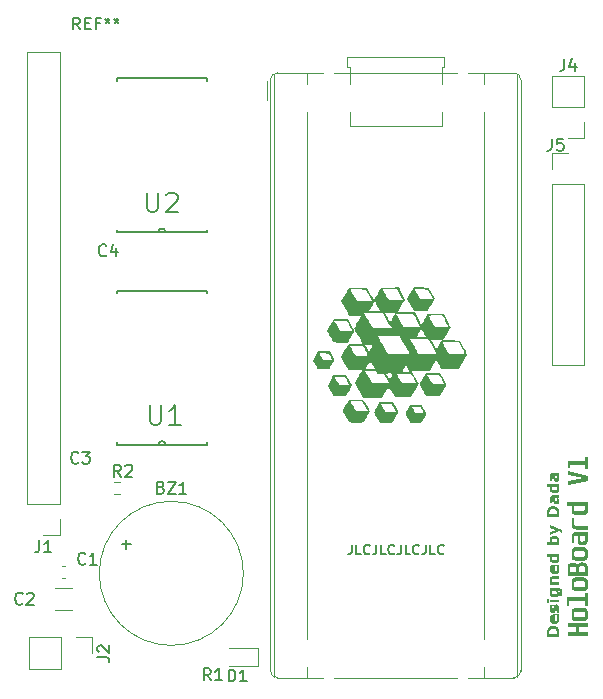
<source format=gto>
G04 #@! TF.GenerationSoftware,KiCad,Pcbnew,9.0.2*
G04 #@! TF.CreationDate,2025-07-08T19:25:08+03:00*
G04 #@! TF.ProjectId,PCB,5043422e-6b69-4636-9164-5f7063625858,rev?*
G04 #@! TF.SameCoordinates,Original*
G04 #@! TF.FileFunction,Legend,Top*
G04 #@! TF.FilePolarity,Positive*
%FSLAX46Y46*%
G04 Gerber Fmt 4.6, Leading zero omitted, Abs format (unit mm)*
G04 Created by KiCad (PCBNEW 9.0.2) date 2025-07-08 19:25:08*
%MOMM*%
%LPD*%
G01*
G04 APERTURE LIST*
%ADD10C,0.152400*%
%ADD11C,0.150000*%
%ADD12C,0.120000*%
%ADD13C,0.000000*%
G04 APERTURE END LIST*
D10*
G36*
X160015850Y-99916553D02*
G01*
X160100061Y-99938293D01*
X160177208Y-99973996D01*
X160247548Y-100022127D01*
X160304486Y-100076665D01*
X160349460Y-100137944D01*
X160387546Y-100215581D01*
X160412292Y-100301221D01*
X160425220Y-100394108D01*
X160430000Y-100511575D01*
X160430000Y-100870184D01*
X159413949Y-100870184D01*
X159413949Y-100541617D01*
X159605436Y-100541617D01*
X159605436Y-100607868D01*
X160238513Y-100607868D01*
X160238513Y-100541617D01*
X160235982Y-100454257D01*
X160230026Y-100404291D01*
X160218170Y-100361401D01*
X160199129Y-100318928D01*
X160168319Y-100274687D01*
X160132123Y-100239963D01*
X160090075Y-100213721D01*
X160043385Y-100195820D01*
X159987699Y-100184357D01*
X159921303Y-100180259D01*
X159855559Y-100184655D01*
X159799118Y-100197099D01*
X159750516Y-100216835D01*
X159707183Y-100245447D01*
X159670286Y-100283589D01*
X159639385Y-100332606D01*
X159622771Y-100373587D01*
X159612580Y-100414916D01*
X159607539Y-100462282D01*
X159605436Y-100541617D01*
X159413949Y-100541617D01*
X159413949Y-100501317D01*
X159419570Y-100381362D01*
X159434771Y-100286871D01*
X159460869Y-100201457D01*
X159493756Y-100135197D01*
X159541542Y-100069990D01*
X159598930Y-100015019D01*
X159666802Y-99969539D01*
X159741539Y-99936653D01*
X159826291Y-99916223D01*
X159923012Y-99909089D01*
X160015850Y-99916553D01*
G37*
G36*
X160093921Y-99529596D02*
G01*
X160151444Y-99519041D01*
X160197018Y-99496180D01*
X160233262Y-99460964D01*
X160258477Y-99416175D01*
X160275237Y-99355651D01*
X160281500Y-99274790D01*
X160274370Y-99198201D01*
X160252923Y-99123848D01*
X160221753Y-99055531D01*
X160191618Y-99008382D01*
X160191618Y-98981088D01*
X160389699Y-98981088D01*
X160419218Y-99063855D01*
X160438365Y-99138197D01*
X160449505Y-99214067D01*
X160453447Y-99301474D01*
X160448546Y-99396628D01*
X160434776Y-99477757D01*
X160413260Y-99546822D01*
X160384725Y-99605538D01*
X160349460Y-99655321D01*
X160305386Y-99698716D01*
X160254838Y-99732544D01*
X160196898Y-99757290D01*
X160130236Y-99772789D01*
X160053194Y-99778236D01*
X159976950Y-99773123D01*
X159909952Y-99758493D01*
X159850803Y-99735036D01*
X159798362Y-99702922D01*
X159751798Y-99661793D01*
X159713046Y-99613645D01*
X159682418Y-99558752D01*
X159659812Y-99496137D01*
X159645599Y-99424535D01*
X159641810Y-99362229D01*
X159793014Y-99362229D01*
X159797450Y-99408307D01*
X159809997Y-99446747D01*
X159830200Y-99479099D01*
X159858170Y-99503979D01*
X159896785Y-99521329D01*
X159949330Y-99530268D01*
X159949330Y-99211287D01*
X159898695Y-99217120D01*
X159860630Y-99230249D01*
X159832276Y-99249572D01*
X159811476Y-99276279D01*
X159798013Y-99312767D01*
X159793014Y-99362229D01*
X159641810Y-99362229D01*
X159640607Y-99342445D01*
X159647466Y-99248438D01*
X159666441Y-99172286D01*
X159695894Y-99110675D01*
X159735312Y-99061017D01*
X159785214Y-99021406D01*
X159845697Y-98992110D01*
X159918940Y-98973432D01*
X160007765Y-98966739D01*
X160093921Y-98966739D01*
X160093921Y-99529596D01*
G37*
G36*
X160188016Y-98126421D02*
G01*
X160244743Y-98133071D01*
X160294738Y-98152490D01*
X160339664Y-98185118D01*
X160380418Y-98232972D01*
X160410591Y-98287129D01*
X160433433Y-98352358D01*
X160448161Y-98430727D01*
X160453447Y-98524659D01*
X160448475Y-98624512D01*
X160434457Y-98710467D01*
X160413259Y-98789353D01*
X160392386Y-98844373D01*
X160191618Y-98844373D01*
X160191618Y-98821842D01*
X160218302Y-98779160D01*
X160249443Y-98710467D01*
X160274844Y-98623761D01*
X160282696Y-98574219D01*
X160285408Y-98519897D01*
X160280912Y-98452374D01*
X160270143Y-98412674D01*
X160257543Y-98392399D01*
X160242761Y-98381435D01*
X160225019Y-98377808D01*
X160200315Y-98383158D01*
X160184230Y-98398325D01*
X160173177Y-98423710D01*
X160159867Y-98476177D01*
X160146495Y-98550305D01*
X160128970Y-98635362D01*
X160105725Y-98702592D01*
X160077073Y-98753209D01*
X160043607Y-98790396D01*
X160002451Y-98818147D01*
X159954898Y-98835058D01*
X159899199Y-98840954D01*
X159846667Y-98834579D01*
X159799204Y-98815740D01*
X159755363Y-98783673D01*
X159714368Y-98736113D01*
X159683822Y-98682698D01*
X159660764Y-98618533D01*
X159645926Y-98541608D01*
X159640607Y-98449555D01*
X159645055Y-98364626D01*
X159658131Y-98284569D01*
X159677476Y-98210312D01*
X159695561Y-98161287D01*
X159890711Y-98161287D01*
X159890711Y-98182475D01*
X159858130Y-98240084D01*
X159831482Y-98307161D01*
X159814320Y-98377798D01*
X159808646Y-98448883D01*
X159812861Y-98505631D01*
X159824216Y-98548961D01*
X159837320Y-98573200D01*
X159851830Y-98585631D01*
X159868363Y-98589567D01*
X159892967Y-98584760D01*
X159910190Y-98571127D01*
X159922589Y-98546026D01*
X159939010Y-98484359D01*
X159953787Y-98403454D01*
X159971922Y-98316320D01*
X159993556Y-98253970D01*
X160020380Y-98207159D01*
X160051851Y-98172889D01*
X160090471Y-98147438D01*
X160135307Y-98131865D01*
X160188016Y-98126421D01*
G37*
G36*
X160430000Y-97716826D02*
G01*
X160430000Y-97962718D01*
X159664054Y-97962718D01*
X159664054Y-97716826D01*
X160430000Y-97716826D01*
G37*
G36*
X159554633Y-97709987D02*
G01*
X159554633Y-97969556D01*
X159367055Y-97969556D01*
X159367055Y-97709987D01*
X159554633Y-97709987D01*
G37*
G36*
X160413965Y-96742795D02*
G01*
X160473892Y-96753375D01*
X160523972Y-96769774D01*
X160570646Y-96793668D01*
X160608726Y-96822326D01*
X160639316Y-96855809D01*
X160664393Y-96894305D01*
X160684805Y-96938572D01*
X160700376Y-96989410D01*
X160714233Y-97070366D01*
X160719183Y-97165997D01*
X160716758Y-97245543D01*
X160709535Y-97323473D01*
X160698409Y-97398278D01*
X160686088Y-97457684D01*
X160492526Y-97457684D01*
X160492526Y-97427643D01*
X160508742Y-97379851D01*
X160524766Y-97317672D01*
X160536005Y-97254183D01*
X160539420Y-97201535D01*
X160535908Y-97136487D01*
X160526842Y-97090526D01*
X160510886Y-97051479D01*
X160491182Y-97025252D01*
X160466902Y-97007271D01*
X160435434Y-96994539D01*
X160399688Y-96987541D01*
X160353979Y-96984952D01*
X160339691Y-96984952D01*
X160372102Y-97031668D01*
X160397088Y-97083321D01*
X160412803Y-97139377D01*
X160418276Y-97203550D01*
X160411558Y-97283274D01*
X160392656Y-97349742D01*
X160362602Y-97405443D01*
X160321250Y-97452189D01*
X160270880Y-97488001D01*
X160207025Y-97515281D01*
X160126650Y-97533118D01*
X160026022Y-97539628D01*
X159963030Y-97536402D01*
X159908755Y-97527299D01*
X159862013Y-97513005D01*
X159797098Y-97480657D01*
X159741723Y-97437840D01*
X159699571Y-97388094D01*
X159667290Y-97326831D01*
X159647228Y-97259873D01*
X159640607Y-97191887D01*
X159644436Y-97131409D01*
X159652552Y-97092236D01*
X159820369Y-97092236D01*
X159827275Y-97154431D01*
X159846220Y-97201745D01*
X159876240Y-97237744D01*
X159916133Y-97263642D01*
X159967053Y-97280203D01*
X160032067Y-97286226D01*
X160105287Y-97280512D01*
X160154682Y-97265893D01*
X160186856Y-97244888D01*
X160210302Y-97214566D01*
X160225234Y-97174680D01*
X160230697Y-97122278D01*
X160227806Y-97085792D01*
X160219096Y-97049860D01*
X160205422Y-97015616D01*
X160188199Y-96984952D01*
X159839542Y-96984952D01*
X159825498Y-97036915D01*
X159820369Y-97092236D01*
X159652552Y-97092236D01*
X159655322Y-97078864D01*
X159673005Y-97029830D01*
X159695989Y-96986296D01*
X159664054Y-96977442D01*
X159664054Y-96739000D01*
X160342438Y-96739000D01*
X160413965Y-96742795D01*
G37*
G36*
X160430000Y-95735528D02*
G01*
X160430000Y-95982763D01*
X160049164Y-95982763D01*
X159956474Y-95987587D01*
X159913604Y-95994751D01*
X159888452Y-96003951D01*
X159866594Y-96020787D01*
X159851571Y-96043946D01*
X159843221Y-96073031D01*
X159839909Y-96117341D01*
X159842591Y-96150791D01*
X159850839Y-96185362D01*
X159864429Y-96220038D01*
X159885704Y-96260162D01*
X160430000Y-96260162D01*
X160430000Y-96506053D01*
X159664054Y-96506053D01*
X159664054Y-96260162D01*
X159746608Y-96260162D01*
X159700140Y-96193997D01*
X159667962Y-96134132D01*
X159647625Y-96071228D01*
X159640607Y-95999921D01*
X159645618Y-95938297D01*
X159659754Y-95886477D01*
X159682249Y-95842675D01*
X159713147Y-95805565D01*
X159751131Y-95776545D01*
X159798480Y-95754742D01*
X159857235Y-95740638D01*
X159929973Y-95735528D01*
X160430000Y-95735528D01*
G37*
G36*
X160093921Y-95316896D02*
G01*
X160151444Y-95306340D01*
X160197018Y-95283479D01*
X160233262Y-95248264D01*
X160258477Y-95203474D01*
X160275237Y-95142951D01*
X160281500Y-95062090D01*
X160274370Y-94985501D01*
X160252923Y-94911147D01*
X160221753Y-94842830D01*
X160191618Y-94795682D01*
X160191618Y-94768387D01*
X160389699Y-94768387D01*
X160419218Y-94851154D01*
X160438365Y-94925497D01*
X160449505Y-95001367D01*
X160453447Y-95088773D01*
X160448546Y-95183928D01*
X160434776Y-95265057D01*
X160413260Y-95334122D01*
X160384725Y-95392838D01*
X160349460Y-95442620D01*
X160305386Y-95486016D01*
X160254838Y-95519843D01*
X160196898Y-95544589D01*
X160130236Y-95560088D01*
X160053194Y-95565535D01*
X159976950Y-95560422D01*
X159909952Y-95545792D01*
X159850803Y-95522335D01*
X159798362Y-95490222D01*
X159751798Y-95449092D01*
X159713046Y-95400945D01*
X159682418Y-95346052D01*
X159659812Y-95283436D01*
X159645599Y-95211834D01*
X159641810Y-95149528D01*
X159793014Y-95149528D01*
X159797450Y-95195607D01*
X159809997Y-95234046D01*
X159830200Y-95266399D01*
X159858170Y-95291278D01*
X159896785Y-95308629D01*
X159949330Y-95317568D01*
X159949330Y-94998586D01*
X159898695Y-95004419D01*
X159860630Y-95017548D01*
X159832276Y-95036871D01*
X159811476Y-95063578D01*
X159798013Y-95100066D01*
X159793014Y-95149528D01*
X159641810Y-95149528D01*
X159640607Y-95129745D01*
X159647466Y-95035737D01*
X159666441Y-94959586D01*
X159695894Y-94897974D01*
X159735312Y-94848316D01*
X159785214Y-94808706D01*
X159845697Y-94779409D01*
X159918940Y-94760731D01*
X160007765Y-94754038D01*
X160093921Y-94754038D01*
X160093921Y-95316896D01*
G37*
G36*
X160430000Y-94080416D02*
G01*
X160350071Y-94080416D01*
X160396941Y-94144201D01*
X160427740Y-94199302D01*
X160446741Y-94257528D01*
X160453447Y-94327041D01*
X160446435Y-94394641D01*
X160426202Y-94453363D01*
X160392854Y-94505113D01*
X160345064Y-94551072D01*
X160289304Y-94586253D01*
X160223340Y-94612460D01*
X160145280Y-94629149D01*
X160052827Y-94635092D01*
X159987899Y-94631729D01*
X159930256Y-94622105D01*
X159878988Y-94606760D01*
X159807759Y-94572691D01*
X159748989Y-94529213D01*
X159703460Y-94478067D01*
X159669061Y-94416495D01*
X159647574Y-94349558D01*
X159640607Y-94283993D01*
X159644682Y-94218286D01*
X159651560Y-94187700D01*
X159820369Y-94187700D01*
X159824617Y-94235545D01*
X159836493Y-94274679D01*
X159855313Y-94306832D01*
X159881247Y-94333208D01*
X159924364Y-94358996D01*
X159979536Y-94375622D01*
X160050019Y-94381690D01*
X160125127Y-94376411D01*
X160178155Y-94362690D01*
X160214638Y-94342794D01*
X160242090Y-94313174D01*
X160259469Y-94272712D01*
X160265868Y-94217742D01*
X160262827Y-94184014D01*
X160253168Y-94146728D01*
X160238209Y-94110862D01*
X160219829Y-94080416D01*
X159841008Y-94080416D01*
X159825193Y-94135066D01*
X159820369Y-94187700D01*
X159651560Y-94187700D01*
X159655322Y-94170969D01*
X159692508Y-94080416D01*
X159367055Y-94080416D01*
X159367055Y-93834464D01*
X160430000Y-93834464D01*
X160430000Y-94080416D01*
G37*
G36*
X160125586Y-92329944D02*
G01*
X160203607Y-92349324D01*
X160271669Y-92380418D01*
X160331325Y-92423229D01*
X160381954Y-92477178D01*
X160417170Y-92535940D01*
X160438365Y-92600620D01*
X160445631Y-92672906D01*
X160441913Y-92734976D01*
X160431648Y-92785685D01*
X160414724Y-92832930D01*
X160391714Y-92877887D01*
X160430000Y-92888145D01*
X160430000Y-93123778D01*
X159367055Y-93123778D01*
X159367055Y-92877887D01*
X159741662Y-92877887D01*
X159700407Y-92819840D01*
X159668633Y-92762116D01*
X159658677Y-92735799D01*
X159828185Y-92735799D01*
X159830791Y-92770698D01*
X159838871Y-92807545D01*
X159851803Y-92843507D01*
X159869462Y-92877887D01*
X160257198Y-92877887D01*
X160270265Y-92827329D01*
X160273684Y-92769931D01*
X160269589Y-92721443D01*
X160258205Y-92682153D01*
X160240321Y-92650248D01*
X160215921Y-92624424D01*
X160174631Y-92599406D01*
X160118399Y-92582819D01*
X160042691Y-92576613D01*
X159974442Y-92581153D01*
X159922667Y-92593312D01*
X159883872Y-92611479D01*
X159860484Y-92631185D01*
X159843320Y-92657334D01*
X159832246Y-92691444D01*
X159828185Y-92735799D01*
X159658677Y-92735799D01*
X159653387Y-92721816D01*
X159643907Y-92676645D01*
X159640607Y-92625767D01*
X159647635Y-92554988D01*
X159667610Y-92495458D01*
X159699981Y-92444866D01*
X159745692Y-92401735D01*
X159799491Y-92369138D01*
X159864274Y-92344592D01*
X159942144Y-92328810D01*
X160035608Y-92323150D01*
X160125586Y-92329944D01*
G37*
G36*
X160160233Y-91798517D02*
G01*
X159664054Y-91623639D01*
X159664054Y-91370908D01*
X160711367Y-91797173D01*
X160711367Y-92063581D01*
X160426092Y-91941948D01*
X159664054Y-92240474D01*
X159664054Y-91982248D01*
X160160233Y-91798517D01*
G37*
G36*
X160015850Y-89789268D02*
G01*
X160100061Y-89811008D01*
X160177208Y-89846711D01*
X160247548Y-89894842D01*
X160304486Y-89949380D01*
X160349460Y-90010659D01*
X160387546Y-90088295D01*
X160412292Y-90173935D01*
X160425220Y-90266823D01*
X160430000Y-90384289D01*
X160430000Y-90742899D01*
X159413949Y-90742899D01*
X159413949Y-90414331D01*
X159605436Y-90414331D01*
X159605436Y-90480582D01*
X160238513Y-90480582D01*
X160238513Y-90414331D01*
X160235982Y-90326971D01*
X160230026Y-90277006D01*
X160218170Y-90234115D01*
X160199129Y-90191643D01*
X160168319Y-90147402D01*
X160132123Y-90112677D01*
X160090075Y-90086435D01*
X160043385Y-90068534D01*
X159987699Y-90057072D01*
X159921303Y-90052974D01*
X159855559Y-90057369D01*
X159799118Y-90069814D01*
X159750516Y-90089549D01*
X159707183Y-90118161D01*
X159670286Y-90156304D01*
X159639385Y-90205321D01*
X159622771Y-90246301D01*
X159612580Y-90287630D01*
X159607539Y-90334997D01*
X159605436Y-90414331D01*
X159413949Y-90414331D01*
X159413949Y-90374031D01*
X159419570Y-90254076D01*
X159434771Y-90159586D01*
X159460869Y-90074172D01*
X159493756Y-90007911D01*
X159541542Y-89942704D01*
X159598930Y-89887733D01*
X159666802Y-89842254D01*
X159741539Y-89809368D01*
X159826291Y-89788938D01*
X159923012Y-89781803D01*
X160015850Y-89789268D01*
G37*
G36*
X160430000Y-89130469D02*
G01*
X160348728Y-89130469D01*
X160384937Y-89179684D01*
X160418398Y-89235005D01*
X160433467Y-89271908D01*
X160444471Y-89310170D01*
X160451115Y-89350134D01*
X160453447Y-89395533D01*
X160448980Y-89449217D01*
X160436066Y-89496950D01*
X160414989Y-89539808D01*
X160385425Y-89578593D01*
X160349034Y-89610880D01*
X160308564Y-89633661D01*
X160263175Y-89647549D01*
X160211646Y-89652355D01*
X160156414Y-89647778D01*
X160111022Y-89634987D01*
X160073588Y-89614802D01*
X160041024Y-89586918D01*
X160012885Y-89551737D01*
X159989080Y-89508190D01*
X159963539Y-89435132D01*
X159945116Y-89338808D01*
X159933856Y-89236698D01*
X159925986Y-89130469D01*
X160070474Y-89130469D01*
X160081770Y-89238424D01*
X160090226Y-89292815D01*
X160098562Y-89326474D01*
X160113418Y-89359963D01*
X160132451Y-89382833D01*
X160157418Y-89397181D01*
X160190947Y-89402311D01*
X160229965Y-89398220D01*
X160244111Y-89391457D01*
X160258724Y-89377704D01*
X160270502Y-89360680D01*
X160278935Y-89340151D01*
X160283480Y-89315213D01*
X160285408Y-89271824D01*
X160281743Y-89235154D01*
X160270387Y-89197086D01*
X160252726Y-89161167D01*
X160230636Y-89130469D01*
X160070474Y-89130469D01*
X159925986Y-89130469D01*
X159925882Y-89129064D01*
X159921730Y-89129064D01*
X159882263Y-89135223D01*
X159853657Y-89152317D01*
X159833131Y-89180966D01*
X159820625Y-89216607D01*
X159811952Y-89266320D01*
X159808646Y-89333984D01*
X159813802Y-89395430D01*
X159830200Y-89463799D01*
X159863356Y-89562840D01*
X159863356Y-89585371D01*
X159678770Y-89585371D01*
X159654590Y-89458670D01*
X159644095Y-89370694D01*
X159640607Y-89282754D01*
X159645754Y-89173661D01*
X159659525Y-89089915D01*
X159679826Y-89026694D01*
X159705209Y-88979832D01*
X159741067Y-88939895D01*
X159785445Y-88911160D01*
X159840116Y-88893074D01*
X159907808Y-88886592D01*
X160430000Y-88886592D01*
X160430000Y-89130469D01*
G37*
G36*
X160430000Y-88159970D02*
G01*
X160350071Y-88159970D01*
X160396941Y-88223754D01*
X160427740Y-88278855D01*
X160446741Y-88337082D01*
X160453447Y-88406594D01*
X160446435Y-88474194D01*
X160426202Y-88532917D01*
X160392854Y-88584666D01*
X160345064Y-88630626D01*
X160289304Y-88665807D01*
X160223340Y-88692013D01*
X160145280Y-88708703D01*
X160052827Y-88714645D01*
X159987899Y-88711282D01*
X159930256Y-88701658D01*
X159878988Y-88686313D01*
X159807759Y-88652245D01*
X159748989Y-88608766D01*
X159703460Y-88557621D01*
X159669061Y-88496048D01*
X159647574Y-88429111D01*
X159640607Y-88363546D01*
X159644682Y-88297839D01*
X159651560Y-88267254D01*
X159820369Y-88267254D01*
X159824617Y-88315099D01*
X159836493Y-88354233D01*
X159855313Y-88386385D01*
X159881247Y-88412761D01*
X159924364Y-88438549D01*
X159979536Y-88455176D01*
X160050019Y-88461243D01*
X160125127Y-88455965D01*
X160178155Y-88442243D01*
X160214638Y-88422348D01*
X160242090Y-88392727D01*
X160259469Y-88352265D01*
X160265868Y-88297295D01*
X160262827Y-88263568D01*
X160253168Y-88226282D01*
X160238209Y-88190416D01*
X160219829Y-88159970D01*
X159841008Y-88159970D01*
X159825193Y-88214619D01*
X159820369Y-88267254D01*
X159651560Y-88267254D01*
X159655322Y-88250523D01*
X159692508Y-88159970D01*
X159367055Y-88159970D01*
X159367055Y-87914017D01*
X160430000Y-87914017D01*
X160430000Y-88159970D01*
G37*
G36*
X160430000Y-87216582D02*
G01*
X160348728Y-87216582D01*
X160384937Y-87265797D01*
X160418398Y-87321118D01*
X160433467Y-87358021D01*
X160444471Y-87396284D01*
X160451115Y-87436247D01*
X160453447Y-87481646D01*
X160448980Y-87535330D01*
X160436066Y-87583063D01*
X160414989Y-87625921D01*
X160385425Y-87664706D01*
X160349034Y-87696993D01*
X160308564Y-87719774D01*
X160263175Y-87733662D01*
X160211646Y-87738468D01*
X160156414Y-87733891D01*
X160111022Y-87721100D01*
X160073588Y-87700915D01*
X160041024Y-87673031D01*
X160012885Y-87637850D01*
X159989080Y-87594303D01*
X159963539Y-87521245D01*
X159945116Y-87424921D01*
X159933856Y-87322811D01*
X159925986Y-87216582D01*
X160070474Y-87216582D01*
X160081770Y-87324537D01*
X160090226Y-87378928D01*
X160098562Y-87412587D01*
X160113418Y-87446077D01*
X160132451Y-87468946D01*
X160157418Y-87483294D01*
X160190947Y-87488424D01*
X160229965Y-87484333D01*
X160244111Y-87477570D01*
X160258724Y-87463817D01*
X160270502Y-87446793D01*
X160278935Y-87426264D01*
X160283480Y-87401326D01*
X160285408Y-87357937D01*
X160281743Y-87321267D01*
X160270387Y-87283199D01*
X160252726Y-87247280D01*
X160230636Y-87216582D01*
X160070474Y-87216582D01*
X159925986Y-87216582D01*
X159925882Y-87215177D01*
X159921730Y-87215177D01*
X159882263Y-87221336D01*
X159853657Y-87238430D01*
X159833131Y-87267079D01*
X159820625Y-87302720D01*
X159811952Y-87352433D01*
X159808646Y-87420097D01*
X159813802Y-87481543D01*
X159830200Y-87549912D01*
X159863356Y-87648953D01*
X159863356Y-87671484D01*
X159678770Y-87671484D01*
X159654590Y-87544783D01*
X159644095Y-87456807D01*
X159640607Y-87368867D01*
X159645754Y-87259774D01*
X159659525Y-87176028D01*
X159679826Y-87112807D01*
X159705209Y-87065945D01*
X159741067Y-87026008D01*
X159785445Y-86997273D01*
X159840116Y-86979187D01*
X159907808Y-86972705D01*
X160430000Y-86972705D01*
X160430000Y-87216582D01*
G37*
X142876015Y-93079803D02*
X142876015Y-93660375D01*
X142876015Y-93660375D02*
X142837310Y-93776489D01*
X142837310Y-93776489D02*
X142759901Y-93853899D01*
X142759901Y-93853899D02*
X142643786Y-93892603D01*
X142643786Y-93892603D02*
X142566377Y-93892603D01*
X143650110Y-93892603D02*
X143263062Y-93892603D01*
X143263062Y-93892603D02*
X143263062Y-93079803D01*
X144385500Y-93815194D02*
X144346796Y-93853899D01*
X144346796Y-93853899D02*
X144230681Y-93892603D01*
X144230681Y-93892603D02*
X144153272Y-93892603D01*
X144153272Y-93892603D02*
X144037158Y-93853899D01*
X144037158Y-93853899D02*
X143959748Y-93776489D01*
X143959748Y-93776489D02*
X143921043Y-93699079D01*
X143921043Y-93699079D02*
X143882339Y-93544260D01*
X143882339Y-93544260D02*
X143882339Y-93428146D01*
X143882339Y-93428146D02*
X143921043Y-93273327D01*
X143921043Y-93273327D02*
X143959748Y-93195918D01*
X143959748Y-93195918D02*
X144037158Y-93118508D01*
X144037158Y-93118508D02*
X144153272Y-93079803D01*
X144153272Y-93079803D02*
X144230681Y-93079803D01*
X144230681Y-93079803D02*
X144346796Y-93118508D01*
X144346796Y-93118508D02*
X144385500Y-93157213D01*
X144966072Y-93079803D02*
X144966072Y-93660375D01*
X144966072Y-93660375D02*
X144927367Y-93776489D01*
X144927367Y-93776489D02*
X144849958Y-93853899D01*
X144849958Y-93853899D02*
X144733843Y-93892603D01*
X144733843Y-93892603D02*
X144656434Y-93892603D01*
X145740167Y-93892603D02*
X145353119Y-93892603D01*
X145353119Y-93892603D02*
X145353119Y-93079803D01*
X146475557Y-93815194D02*
X146436853Y-93853899D01*
X146436853Y-93853899D02*
X146320738Y-93892603D01*
X146320738Y-93892603D02*
X146243329Y-93892603D01*
X146243329Y-93892603D02*
X146127215Y-93853899D01*
X146127215Y-93853899D02*
X146049805Y-93776489D01*
X146049805Y-93776489D02*
X146011100Y-93699079D01*
X146011100Y-93699079D02*
X145972396Y-93544260D01*
X145972396Y-93544260D02*
X145972396Y-93428146D01*
X145972396Y-93428146D02*
X146011100Y-93273327D01*
X146011100Y-93273327D02*
X146049805Y-93195918D01*
X146049805Y-93195918D02*
X146127215Y-93118508D01*
X146127215Y-93118508D02*
X146243329Y-93079803D01*
X146243329Y-93079803D02*
X146320738Y-93079803D01*
X146320738Y-93079803D02*
X146436853Y-93118508D01*
X146436853Y-93118508D02*
X146475557Y-93157213D01*
X147056129Y-93079803D02*
X147056129Y-93660375D01*
X147056129Y-93660375D02*
X147017424Y-93776489D01*
X147017424Y-93776489D02*
X146940015Y-93853899D01*
X146940015Y-93853899D02*
X146823900Y-93892603D01*
X146823900Y-93892603D02*
X146746491Y-93892603D01*
X147830224Y-93892603D02*
X147443176Y-93892603D01*
X147443176Y-93892603D02*
X147443176Y-93079803D01*
X148565614Y-93815194D02*
X148526910Y-93853899D01*
X148526910Y-93853899D02*
X148410795Y-93892603D01*
X148410795Y-93892603D02*
X148333386Y-93892603D01*
X148333386Y-93892603D02*
X148217272Y-93853899D01*
X148217272Y-93853899D02*
X148139862Y-93776489D01*
X148139862Y-93776489D02*
X148101157Y-93699079D01*
X148101157Y-93699079D02*
X148062453Y-93544260D01*
X148062453Y-93544260D02*
X148062453Y-93428146D01*
X148062453Y-93428146D02*
X148101157Y-93273327D01*
X148101157Y-93273327D02*
X148139862Y-93195918D01*
X148139862Y-93195918D02*
X148217272Y-93118508D01*
X148217272Y-93118508D02*
X148333386Y-93079803D01*
X148333386Y-93079803D02*
X148410795Y-93079803D01*
X148410795Y-93079803D02*
X148526910Y-93118508D01*
X148526910Y-93118508D02*
X148565614Y-93157213D01*
X149146186Y-93079803D02*
X149146186Y-93660375D01*
X149146186Y-93660375D02*
X149107481Y-93776489D01*
X149107481Y-93776489D02*
X149030072Y-93853899D01*
X149030072Y-93853899D02*
X148913957Y-93892603D01*
X148913957Y-93892603D02*
X148836548Y-93892603D01*
X149920281Y-93892603D02*
X149533233Y-93892603D01*
X149533233Y-93892603D02*
X149533233Y-93079803D01*
X150655671Y-93815194D02*
X150616967Y-93853899D01*
X150616967Y-93853899D02*
X150500852Y-93892603D01*
X150500852Y-93892603D02*
X150423443Y-93892603D01*
X150423443Y-93892603D02*
X150307329Y-93853899D01*
X150307329Y-93853899D02*
X150229919Y-93776489D01*
X150229919Y-93776489D02*
X150191214Y-93699079D01*
X150191214Y-93699079D02*
X150152510Y-93544260D01*
X150152510Y-93544260D02*
X150152510Y-93428146D01*
X150152510Y-93428146D02*
X150191214Y-93273327D01*
X150191214Y-93273327D02*
X150229919Y-93195918D01*
X150229919Y-93195918D02*
X150307329Y-93118508D01*
X150307329Y-93118508D02*
X150423443Y-93079803D01*
X150423443Y-93079803D02*
X150500852Y-93079803D01*
X150500852Y-93079803D02*
X150616967Y-93118508D01*
X150616967Y-93118508D02*
X150655671Y-93157213D01*
G36*
X161149374Y-100482436D02*
G01*
X161890163Y-100482436D01*
X161890163Y-100027045D01*
X161149374Y-100027045D01*
X161149374Y-99703820D01*
X162845000Y-99703820D01*
X162845000Y-100027045D01*
X162097891Y-100027045D01*
X162097891Y-100482436D01*
X162845000Y-100482436D01*
X162845000Y-100813995D01*
X161149374Y-100813995D01*
X161149374Y-100482436D01*
G37*
G36*
X162523072Y-98408157D02*
G01*
X162612083Y-98422644D01*
X162690033Y-98449326D01*
X162747455Y-98485567D01*
X162791560Y-98534089D01*
X162821919Y-98594744D01*
X162838844Y-98664263D01*
X162845000Y-98750998D01*
X162845000Y-99200161D01*
X162838792Y-99290764D01*
X162821919Y-99361728D01*
X162791448Y-99423026D01*
X162747455Y-99470812D01*
X162690107Y-99505999D01*
X162612083Y-99531721D01*
X162523103Y-99545407D01*
X162404263Y-99550588D01*
X161938431Y-99550588D01*
X161821457Y-99545428D01*
X161732809Y-99531721D01*
X161654721Y-99505990D01*
X161597438Y-99470812D01*
X161553371Y-99423019D01*
X161522882Y-99361728D01*
X161506009Y-99290764D01*
X161499801Y-99200161D01*
X161499801Y-98862281D01*
X161711835Y-98862281D01*
X161711835Y-99093091D01*
X161718286Y-99137466D01*
X161736055Y-99169663D01*
X161765324Y-99192834D01*
X161827635Y-99212719D01*
X161938431Y-99221135D01*
X162400142Y-99221135D01*
X162516734Y-99212683D01*
X162581675Y-99192834D01*
X162612244Y-99169496D01*
X162630632Y-99137272D01*
X162637271Y-99093091D01*
X162637271Y-98862281D01*
X162630537Y-98816743D01*
X162612079Y-98784305D01*
X162581675Y-98761531D01*
X162517286Y-98742337D01*
X162404263Y-98734237D01*
X161938431Y-98734237D01*
X161827562Y-98742367D01*
X161765324Y-98761531D01*
X161736217Y-98784136D01*
X161718379Y-98816542D01*
X161711835Y-98862281D01*
X161499801Y-98862281D01*
X161499801Y-98750998D01*
X161505980Y-98664387D01*
X161522882Y-98595751D01*
X161553190Y-98536031D01*
X161597438Y-98487674D01*
X161654766Y-98451198D01*
X161732809Y-98423652D01*
X161821526Y-98408407D01*
X161938431Y-98402677D01*
X162404263Y-98402677D01*
X162523072Y-98408157D01*
G37*
G36*
X161071705Y-97535951D02*
G01*
X162637271Y-97535951D01*
X162637271Y-97162351D01*
X162845000Y-97162351D01*
X162845000Y-98226365D01*
X162637271Y-98226365D01*
X162637271Y-97861191D01*
X161283647Y-97861191D01*
X161283647Y-98226365D01*
X161071705Y-98226365D01*
X161071705Y-97535951D01*
G37*
G36*
X162523072Y-95843607D02*
G01*
X162612083Y-95858094D01*
X162690033Y-95884776D01*
X162747455Y-95921017D01*
X162791560Y-95969540D01*
X162821919Y-96030194D01*
X162838844Y-96099713D01*
X162845000Y-96186448D01*
X162845000Y-96635611D01*
X162838792Y-96726214D01*
X162821919Y-96797178D01*
X162791448Y-96858476D01*
X162747455Y-96906263D01*
X162690107Y-96941449D01*
X162612083Y-96967171D01*
X162523103Y-96980857D01*
X162404263Y-96986038D01*
X161938431Y-96986038D01*
X161821457Y-96980878D01*
X161732809Y-96967171D01*
X161654721Y-96941441D01*
X161597438Y-96906263D01*
X161553371Y-96858469D01*
X161522882Y-96797178D01*
X161506009Y-96726214D01*
X161499801Y-96635611D01*
X161499801Y-96297732D01*
X161711835Y-96297732D01*
X161711835Y-96528541D01*
X161718286Y-96572916D01*
X161736055Y-96605113D01*
X161765324Y-96628284D01*
X161827635Y-96648169D01*
X161938431Y-96656585D01*
X162400142Y-96656585D01*
X162516734Y-96648133D01*
X162581675Y-96628284D01*
X162612244Y-96604947D01*
X162630632Y-96572722D01*
X162637271Y-96528541D01*
X162637271Y-96297732D01*
X162630537Y-96252193D01*
X162612079Y-96219755D01*
X162581675Y-96196981D01*
X162517286Y-96177787D01*
X162404263Y-96169687D01*
X161938431Y-96169687D01*
X161827562Y-96177817D01*
X161765324Y-96196981D01*
X161736217Y-96219586D01*
X161718379Y-96251992D01*
X161711835Y-96297732D01*
X161499801Y-96297732D01*
X161499801Y-96186448D01*
X161505980Y-96099837D01*
X161522882Y-96031202D01*
X161553190Y-95971481D01*
X161597438Y-95923124D01*
X161654766Y-95886648D01*
X161732809Y-95859102D01*
X161821526Y-95843857D01*
X161938431Y-95838128D01*
X162404263Y-95838128D01*
X162523072Y-95843607D01*
G37*
G36*
X162469238Y-94580669D02*
G01*
X162557495Y-94597801D01*
X162639341Y-94626466D01*
X162707521Y-94663930D01*
X162765304Y-94711766D01*
X162808271Y-94766787D01*
X162835714Y-94829632D01*
X162845000Y-94900052D01*
X162845000Y-95684896D01*
X161149374Y-95684896D01*
X161149374Y-95063725D01*
X161361316Y-95063725D01*
X161361316Y-95359564D01*
X161877615Y-95359564D01*
X161877615Y-95063725D01*
X161872831Y-95036431D01*
X162089556Y-95036431D01*
X162089556Y-95359564D01*
X162637271Y-95359564D01*
X162637271Y-95036431D01*
X162629366Y-94995993D01*
X162605222Y-94960526D01*
X162560701Y-94928353D01*
X162507974Y-94906700D01*
X162442106Y-94892561D01*
X162360208Y-94887412D01*
X162254329Y-94897945D01*
X162207091Y-94911134D01*
X162168233Y-94928353D01*
X162134744Y-94950658D01*
X162110531Y-94975523D01*
X162094769Y-95004488D01*
X162089556Y-95036431D01*
X161872831Y-95036431D01*
X161869006Y-95014609D01*
X161844114Y-94976392D01*
X161800318Y-94946342D01*
X161730364Y-94925175D01*
X161623633Y-94916813D01*
X161539933Y-94921782D01*
X161476659Y-94935034D01*
X161429551Y-94954640D01*
X161390817Y-94984429D01*
X161368819Y-95020101D01*
X161361316Y-95063725D01*
X161149374Y-95063725D01*
X161149374Y-94929361D01*
X161158422Y-94858880D01*
X161185095Y-94796096D01*
X161227019Y-94741076D01*
X161283738Y-94693331D01*
X161350853Y-94655870D01*
X161431658Y-94627202D01*
X161518779Y-94610054D01*
X161615298Y-94604121D01*
X161731989Y-94613082D01*
X161825133Y-94637735D01*
X161880401Y-94664911D01*
X161927662Y-94701066D01*
X161967832Y-94746820D01*
X161995488Y-94711604D01*
X162036067Y-94677577D01*
X162083055Y-94648427D01*
X162135718Y-94622989D01*
X162191607Y-94602683D01*
X162252131Y-94587360D01*
X162313546Y-94577795D01*
X162370741Y-94574720D01*
X162469238Y-94580669D01*
G37*
G36*
X162523072Y-93279057D02*
G01*
X162612083Y-93293545D01*
X162690033Y-93320226D01*
X162747455Y-93356468D01*
X162791560Y-93404990D01*
X162821919Y-93465644D01*
X162838844Y-93535164D01*
X162845000Y-93621898D01*
X162845000Y-94071061D01*
X162838792Y-94161664D01*
X162821919Y-94232628D01*
X162791448Y-94293926D01*
X162747455Y-94341713D01*
X162690107Y-94376900D01*
X162612083Y-94402621D01*
X162523103Y-94416307D01*
X162404263Y-94421489D01*
X161938431Y-94421489D01*
X161821457Y-94416328D01*
X161732809Y-94402621D01*
X161654721Y-94376891D01*
X161597438Y-94341713D01*
X161553371Y-94293919D01*
X161522882Y-94232628D01*
X161506009Y-94161664D01*
X161499801Y-94071061D01*
X161499801Y-93733182D01*
X161711835Y-93733182D01*
X161711835Y-93963991D01*
X161718286Y-94008366D01*
X161736055Y-94040564D01*
X161765324Y-94063734D01*
X161827635Y-94083619D01*
X161938431Y-94092035D01*
X162400142Y-94092035D01*
X162516734Y-94083583D01*
X162581675Y-94063734D01*
X162612244Y-94040397D01*
X162630632Y-94008172D01*
X162637271Y-93963991D01*
X162637271Y-93733182D01*
X162630537Y-93687644D01*
X162612079Y-93655205D01*
X162581675Y-93632431D01*
X162517286Y-93613237D01*
X162404263Y-93605137D01*
X161938431Y-93605137D01*
X161827562Y-93613267D01*
X161765324Y-93632431D01*
X161736217Y-93655036D01*
X161718379Y-93687442D01*
X161711835Y-93733182D01*
X161499801Y-93733182D01*
X161499801Y-93621898D01*
X161505980Y-93535288D01*
X161522882Y-93466652D01*
X161553190Y-93406931D01*
X161597438Y-93358574D01*
X161654766Y-93322098D01*
X161732809Y-93294552D01*
X161821526Y-93279307D01*
X161938431Y-93273578D01*
X162404263Y-93273578D01*
X162523072Y-93279057D01*
G37*
G36*
X162845000Y-92822308D02*
G01*
X162837051Y-92886952D01*
X162813584Y-92945132D01*
X162776466Y-92996607D01*
X162726481Y-93041669D01*
X162666747Y-93077264D01*
X162594223Y-93104592D01*
X162515529Y-93120907D01*
X162427436Y-93126574D01*
X162340980Y-93120957D01*
X162261656Y-93104592D01*
X162187866Y-93077305D01*
X162126284Y-93041669D01*
X162074360Y-92996507D01*
X162036067Y-92945132D01*
X162011692Y-92886882D01*
X162003461Y-92822308D01*
X162003461Y-92593606D01*
X162209174Y-92593606D01*
X162212099Y-92655730D01*
X162219707Y-92700584D01*
X162234103Y-92739073D01*
X162254329Y-92766713D01*
X162281329Y-92786875D01*
X162316244Y-92800327D01*
X162356118Y-92807187D01*
X162408476Y-92809760D01*
X162530840Y-92801269D01*
X162596818Y-92781554D01*
X162627902Y-92756324D01*
X162637271Y-92725771D01*
X162637271Y-92331289D01*
X162209174Y-92331289D01*
X162209174Y-92593606D01*
X162003461Y-92593606D01*
X162003461Y-92329182D01*
X161888056Y-92329182D01*
X161792831Y-92337934D01*
X161747555Y-92357484D01*
X161728803Y-92379038D01*
X161716495Y-92410387D01*
X161711835Y-92455120D01*
X161711835Y-92956581D01*
X161499801Y-92956581D01*
X161499801Y-92354370D01*
X161504976Y-92261803D01*
X161518761Y-92191704D01*
X161545076Y-92131052D01*
X161584890Y-92083627D01*
X161638230Y-92048521D01*
X161712842Y-92022810D01*
X161798763Y-92009082D01*
X161915350Y-92003851D01*
X162845000Y-92003851D01*
X162845000Y-92822308D01*
G37*
G36*
X161711835Y-90776164D02*
G01*
X161711835Y-91267275D01*
X161719162Y-91366926D01*
X161731299Y-91402211D01*
X161751677Y-91427834D01*
X161780964Y-91445371D01*
X161826232Y-91457144D01*
X161959405Y-91464471D01*
X162845000Y-91464471D01*
X162845000Y-91789802D01*
X161909030Y-91789802D01*
X161800489Y-91781372D01*
X161715130Y-91758308D01*
X161648255Y-91722811D01*
X161596338Y-91675405D01*
X161556802Y-91616401D01*
X161526657Y-91542229D01*
X161506970Y-91449572D01*
X161499801Y-91334412D01*
X161499801Y-90776164D01*
X161711835Y-90776164D01*
G37*
G36*
X162845000Y-90192729D02*
G01*
X162838003Y-90281158D01*
X162818804Y-90351181D01*
X162784897Y-90411273D01*
X162735915Y-90459259D01*
X162673510Y-90494676D01*
X162590010Y-90521174D01*
X162496180Y-90535651D01*
X162374954Y-90541050D01*
X161969938Y-90541050D01*
X161848632Y-90535650D01*
X161754791Y-90521174D01*
X161671305Y-90494671D01*
X161608978Y-90459259D01*
X161559942Y-90411263D01*
X161526088Y-90351181D01*
X161506821Y-90281153D01*
X161499801Y-90192729D01*
X161499801Y-90089872D01*
X161711835Y-90089872D01*
X161714370Y-90124078D01*
X161721269Y-90150780D01*
X161734621Y-90173269D01*
X161756989Y-90191721D01*
X161785894Y-90204737D01*
X161827240Y-90214802D01*
X161940538Y-90222130D01*
X162259549Y-90222130D01*
X162378960Y-90219147D01*
X162459951Y-90211597D01*
X162529192Y-90196029D01*
X162574348Y-90174869D01*
X162607121Y-90143672D01*
X162625730Y-90102512D01*
X162634069Y-90053179D01*
X162637271Y-89985000D01*
X162637271Y-89783500D01*
X161711835Y-89783500D01*
X161711835Y-90089872D01*
X161499801Y-90089872D01*
X161499801Y-89783500D01*
X161071705Y-89783500D01*
X161071705Y-89458260D01*
X162845000Y-89458260D01*
X162845000Y-90192729D01*
G37*
G36*
X161149374Y-87686889D02*
G01*
X162505013Y-87456079D01*
X162505013Y-87422465D01*
X161149374Y-87160149D01*
X161149374Y-86862203D01*
X162845000Y-87252564D01*
X162845000Y-87651260D01*
X161149374Y-88010114D01*
X161149374Y-87686889D01*
G37*
G36*
X161149374Y-85978624D02*
G01*
X162637271Y-85978624D01*
X162637271Y-85619770D01*
X162845000Y-85619770D01*
X162845000Y-86690012D01*
X162637271Y-86690012D01*
X162637271Y-86301849D01*
X161365529Y-86301849D01*
X161365529Y-86551526D01*
X161149374Y-86551526D01*
X161149374Y-85978624D01*
G37*
D11*
X123333333Y-87304819D02*
X123000000Y-86828628D01*
X122761905Y-87304819D02*
X122761905Y-86304819D01*
X122761905Y-86304819D02*
X123142857Y-86304819D01*
X123142857Y-86304819D02*
X123238095Y-86352438D01*
X123238095Y-86352438D02*
X123285714Y-86400057D01*
X123285714Y-86400057D02*
X123333333Y-86495295D01*
X123333333Y-86495295D02*
X123333333Y-86638152D01*
X123333333Y-86638152D02*
X123285714Y-86733390D01*
X123285714Y-86733390D02*
X123238095Y-86781009D01*
X123238095Y-86781009D02*
X123142857Y-86828628D01*
X123142857Y-86828628D02*
X122761905Y-86828628D01*
X123714286Y-86400057D02*
X123761905Y-86352438D01*
X123761905Y-86352438D02*
X123857143Y-86304819D01*
X123857143Y-86304819D02*
X124095238Y-86304819D01*
X124095238Y-86304819D02*
X124190476Y-86352438D01*
X124190476Y-86352438D02*
X124238095Y-86400057D01*
X124238095Y-86400057D02*
X124285714Y-86495295D01*
X124285714Y-86495295D02*
X124285714Y-86590533D01*
X124285714Y-86590533D02*
X124238095Y-86733390D01*
X124238095Y-86733390D02*
X123666667Y-87304819D01*
X123666667Y-87304819D02*
X124285714Y-87304819D01*
X119866666Y-49454819D02*
X119533333Y-48978628D01*
X119295238Y-49454819D02*
X119295238Y-48454819D01*
X119295238Y-48454819D02*
X119676190Y-48454819D01*
X119676190Y-48454819D02*
X119771428Y-48502438D01*
X119771428Y-48502438D02*
X119819047Y-48550057D01*
X119819047Y-48550057D02*
X119866666Y-48645295D01*
X119866666Y-48645295D02*
X119866666Y-48788152D01*
X119866666Y-48788152D02*
X119819047Y-48883390D01*
X119819047Y-48883390D02*
X119771428Y-48931009D01*
X119771428Y-48931009D02*
X119676190Y-48978628D01*
X119676190Y-48978628D02*
X119295238Y-48978628D01*
X120295238Y-48931009D02*
X120628571Y-48931009D01*
X120771428Y-49454819D02*
X120295238Y-49454819D01*
X120295238Y-49454819D02*
X120295238Y-48454819D01*
X120295238Y-48454819D02*
X120771428Y-48454819D01*
X121533333Y-48931009D02*
X121200000Y-48931009D01*
X121200000Y-49454819D02*
X121200000Y-48454819D01*
X121200000Y-48454819D02*
X121676190Y-48454819D01*
X122200000Y-48454819D02*
X122200000Y-48692914D01*
X121961905Y-48597676D02*
X122200000Y-48692914D01*
X122200000Y-48692914D02*
X122438095Y-48597676D01*
X122057143Y-48883390D02*
X122200000Y-48692914D01*
X122200000Y-48692914D02*
X122342857Y-48883390D01*
X122961905Y-48454819D02*
X122961905Y-48692914D01*
X122723810Y-48597676D02*
X122961905Y-48692914D01*
X122961905Y-48692914D02*
X123200000Y-48597676D01*
X122819048Y-48883390D02*
X122961905Y-48692914D01*
X122961905Y-48692914D02*
X123104762Y-48883390D01*
X119733333Y-86109580D02*
X119685714Y-86157200D01*
X119685714Y-86157200D02*
X119542857Y-86204819D01*
X119542857Y-86204819D02*
X119447619Y-86204819D01*
X119447619Y-86204819D02*
X119304762Y-86157200D01*
X119304762Y-86157200D02*
X119209524Y-86061961D01*
X119209524Y-86061961D02*
X119161905Y-85966723D01*
X119161905Y-85966723D02*
X119114286Y-85776247D01*
X119114286Y-85776247D02*
X119114286Y-85633390D01*
X119114286Y-85633390D02*
X119161905Y-85442914D01*
X119161905Y-85442914D02*
X119209524Y-85347676D01*
X119209524Y-85347676D02*
X119304762Y-85252438D01*
X119304762Y-85252438D02*
X119447619Y-85204819D01*
X119447619Y-85204819D02*
X119542857Y-85204819D01*
X119542857Y-85204819D02*
X119685714Y-85252438D01*
X119685714Y-85252438D02*
X119733333Y-85300057D01*
X120066667Y-85204819D02*
X120685714Y-85204819D01*
X120685714Y-85204819D02*
X120352381Y-85585771D01*
X120352381Y-85585771D02*
X120495238Y-85585771D01*
X120495238Y-85585771D02*
X120590476Y-85633390D01*
X120590476Y-85633390D02*
X120638095Y-85681009D01*
X120638095Y-85681009D02*
X120685714Y-85776247D01*
X120685714Y-85776247D02*
X120685714Y-86014342D01*
X120685714Y-86014342D02*
X120638095Y-86109580D01*
X120638095Y-86109580D02*
X120590476Y-86157200D01*
X120590476Y-86157200D02*
X120495238Y-86204819D01*
X120495238Y-86204819D02*
X120209524Y-86204819D01*
X120209524Y-86204819D02*
X120114286Y-86157200D01*
X120114286Y-86157200D02*
X120066667Y-86109580D01*
X132461905Y-104654819D02*
X132461905Y-103654819D01*
X132461905Y-103654819D02*
X132700000Y-103654819D01*
X132700000Y-103654819D02*
X132842857Y-103702438D01*
X132842857Y-103702438D02*
X132938095Y-103797676D01*
X132938095Y-103797676D02*
X132985714Y-103892914D01*
X132985714Y-103892914D02*
X133033333Y-104083390D01*
X133033333Y-104083390D02*
X133033333Y-104226247D01*
X133033333Y-104226247D02*
X132985714Y-104416723D01*
X132985714Y-104416723D02*
X132938095Y-104511961D01*
X132938095Y-104511961D02*
X132842857Y-104607200D01*
X132842857Y-104607200D02*
X132700000Y-104654819D01*
X132700000Y-104654819D02*
X132461905Y-104654819D01*
X133985714Y-104654819D02*
X133414286Y-104654819D01*
X133700000Y-104654819D02*
X133700000Y-103654819D01*
X133700000Y-103654819D02*
X133604762Y-103797676D01*
X133604762Y-103797676D02*
X133509524Y-103892914D01*
X133509524Y-103892914D02*
X133414286Y-103940533D01*
X120333333Y-94659580D02*
X120285714Y-94707200D01*
X120285714Y-94707200D02*
X120142857Y-94754819D01*
X120142857Y-94754819D02*
X120047619Y-94754819D01*
X120047619Y-94754819D02*
X119904762Y-94707200D01*
X119904762Y-94707200D02*
X119809524Y-94611961D01*
X119809524Y-94611961D02*
X119761905Y-94516723D01*
X119761905Y-94516723D02*
X119714286Y-94326247D01*
X119714286Y-94326247D02*
X119714286Y-94183390D01*
X119714286Y-94183390D02*
X119761905Y-93992914D01*
X119761905Y-93992914D02*
X119809524Y-93897676D01*
X119809524Y-93897676D02*
X119904762Y-93802438D01*
X119904762Y-93802438D02*
X120047619Y-93754819D01*
X120047619Y-93754819D02*
X120142857Y-93754819D01*
X120142857Y-93754819D02*
X120285714Y-93802438D01*
X120285714Y-93802438D02*
X120333333Y-93850057D01*
X121285714Y-94754819D02*
X120714286Y-94754819D01*
X121000000Y-94754819D02*
X121000000Y-93754819D01*
X121000000Y-93754819D02*
X120904762Y-93897676D01*
X120904762Y-93897676D02*
X120809524Y-93992914D01*
X120809524Y-93992914D02*
X120714286Y-94040533D01*
X130933333Y-104554819D02*
X130600000Y-104078628D01*
X130361905Y-104554819D02*
X130361905Y-103554819D01*
X130361905Y-103554819D02*
X130742857Y-103554819D01*
X130742857Y-103554819D02*
X130838095Y-103602438D01*
X130838095Y-103602438D02*
X130885714Y-103650057D01*
X130885714Y-103650057D02*
X130933333Y-103745295D01*
X130933333Y-103745295D02*
X130933333Y-103888152D01*
X130933333Y-103888152D02*
X130885714Y-103983390D01*
X130885714Y-103983390D02*
X130838095Y-104031009D01*
X130838095Y-104031009D02*
X130742857Y-104078628D01*
X130742857Y-104078628D02*
X130361905Y-104078628D01*
X131885714Y-104554819D02*
X131314286Y-104554819D01*
X131600000Y-104554819D02*
X131600000Y-103554819D01*
X131600000Y-103554819D02*
X131504762Y-103697676D01*
X131504762Y-103697676D02*
X131409524Y-103792914D01*
X131409524Y-103792914D02*
X131314286Y-103840533D01*
X125802130Y-81273240D02*
X125802130Y-82603352D01*
X125802130Y-82603352D02*
X125880372Y-82759836D01*
X125880372Y-82759836D02*
X125958614Y-82838078D01*
X125958614Y-82838078D02*
X126115097Y-82916319D01*
X126115097Y-82916319D02*
X126428065Y-82916319D01*
X126428065Y-82916319D02*
X126584548Y-82838078D01*
X126584548Y-82838078D02*
X126662790Y-82759836D01*
X126662790Y-82759836D02*
X126741032Y-82603352D01*
X126741032Y-82603352D02*
X126741032Y-81273240D01*
X128384111Y-82916319D02*
X127445209Y-82916319D01*
X127914660Y-82916319D02*
X127914660Y-81273240D01*
X127914660Y-81273240D02*
X127758176Y-81507966D01*
X127758176Y-81507966D02*
X127601693Y-81664450D01*
X127601693Y-81664450D02*
X127445209Y-81742692D01*
X116426666Y-92704819D02*
X116426666Y-93419104D01*
X116426666Y-93419104D02*
X116379047Y-93561961D01*
X116379047Y-93561961D02*
X116283809Y-93657200D01*
X116283809Y-93657200D02*
X116140952Y-93704819D01*
X116140952Y-93704819D02*
X116045714Y-93704819D01*
X117426666Y-93704819D02*
X116855238Y-93704819D01*
X117140952Y-93704819D02*
X117140952Y-92704819D01*
X117140952Y-92704819D02*
X117045714Y-92847676D01*
X117045714Y-92847676D02*
X116950476Y-92942914D01*
X116950476Y-92942914D02*
X116855238Y-92990533D01*
X122083333Y-68559580D02*
X122035714Y-68607200D01*
X122035714Y-68607200D02*
X121892857Y-68654819D01*
X121892857Y-68654819D02*
X121797619Y-68654819D01*
X121797619Y-68654819D02*
X121654762Y-68607200D01*
X121654762Y-68607200D02*
X121559524Y-68511961D01*
X121559524Y-68511961D02*
X121511905Y-68416723D01*
X121511905Y-68416723D02*
X121464286Y-68226247D01*
X121464286Y-68226247D02*
X121464286Y-68083390D01*
X121464286Y-68083390D02*
X121511905Y-67892914D01*
X121511905Y-67892914D02*
X121559524Y-67797676D01*
X121559524Y-67797676D02*
X121654762Y-67702438D01*
X121654762Y-67702438D02*
X121797619Y-67654819D01*
X121797619Y-67654819D02*
X121892857Y-67654819D01*
X121892857Y-67654819D02*
X122035714Y-67702438D01*
X122035714Y-67702438D02*
X122083333Y-67750057D01*
X122940476Y-67988152D02*
X122940476Y-68654819D01*
X122702381Y-67607200D02*
X122464286Y-68321485D01*
X122464286Y-68321485D02*
X123083333Y-68321485D01*
X115005333Y-98045580D02*
X114957714Y-98093200D01*
X114957714Y-98093200D02*
X114814857Y-98140819D01*
X114814857Y-98140819D02*
X114719619Y-98140819D01*
X114719619Y-98140819D02*
X114576762Y-98093200D01*
X114576762Y-98093200D02*
X114481524Y-97997961D01*
X114481524Y-97997961D02*
X114433905Y-97902723D01*
X114433905Y-97902723D02*
X114386286Y-97712247D01*
X114386286Y-97712247D02*
X114386286Y-97569390D01*
X114386286Y-97569390D02*
X114433905Y-97378914D01*
X114433905Y-97378914D02*
X114481524Y-97283676D01*
X114481524Y-97283676D02*
X114576762Y-97188438D01*
X114576762Y-97188438D02*
X114719619Y-97140819D01*
X114719619Y-97140819D02*
X114814857Y-97140819D01*
X114814857Y-97140819D02*
X114957714Y-97188438D01*
X114957714Y-97188438D02*
X115005333Y-97236057D01*
X115386286Y-97236057D02*
X115433905Y-97188438D01*
X115433905Y-97188438D02*
X115529143Y-97140819D01*
X115529143Y-97140819D02*
X115767238Y-97140819D01*
X115767238Y-97140819D02*
X115862476Y-97188438D01*
X115862476Y-97188438D02*
X115910095Y-97236057D01*
X115910095Y-97236057D02*
X115957714Y-97331295D01*
X115957714Y-97331295D02*
X115957714Y-97426533D01*
X115957714Y-97426533D02*
X115910095Y-97569390D01*
X115910095Y-97569390D02*
X115338667Y-98140819D01*
X115338667Y-98140819D02*
X115957714Y-98140819D01*
X125548130Y-63273240D02*
X125548130Y-64603352D01*
X125548130Y-64603352D02*
X125626372Y-64759836D01*
X125626372Y-64759836D02*
X125704614Y-64838078D01*
X125704614Y-64838078D02*
X125861097Y-64916319D01*
X125861097Y-64916319D02*
X126174065Y-64916319D01*
X126174065Y-64916319D02*
X126330548Y-64838078D01*
X126330548Y-64838078D02*
X126408790Y-64759836D01*
X126408790Y-64759836D02*
X126487032Y-64603352D01*
X126487032Y-64603352D02*
X126487032Y-63273240D01*
X127191209Y-63429724D02*
X127269451Y-63351482D01*
X127269451Y-63351482D02*
X127425935Y-63273240D01*
X127425935Y-63273240D02*
X127817144Y-63273240D01*
X127817144Y-63273240D02*
X127973628Y-63351482D01*
X127973628Y-63351482D02*
X128051869Y-63429724D01*
X128051869Y-63429724D02*
X128130111Y-63586208D01*
X128130111Y-63586208D02*
X128130111Y-63742692D01*
X128130111Y-63742692D02*
X128051869Y-63977417D01*
X128051869Y-63977417D02*
X127112967Y-64916319D01*
X127112967Y-64916319D02*
X128130111Y-64916319D01*
X159816666Y-58704819D02*
X159816666Y-59419104D01*
X159816666Y-59419104D02*
X159769047Y-59561961D01*
X159769047Y-59561961D02*
X159673809Y-59657200D01*
X159673809Y-59657200D02*
X159530952Y-59704819D01*
X159530952Y-59704819D02*
X159435714Y-59704819D01*
X160769047Y-58704819D02*
X160292857Y-58704819D01*
X160292857Y-58704819D02*
X160245238Y-59181009D01*
X160245238Y-59181009D02*
X160292857Y-59133390D01*
X160292857Y-59133390D02*
X160388095Y-59085771D01*
X160388095Y-59085771D02*
X160626190Y-59085771D01*
X160626190Y-59085771D02*
X160721428Y-59133390D01*
X160721428Y-59133390D02*
X160769047Y-59181009D01*
X160769047Y-59181009D02*
X160816666Y-59276247D01*
X160816666Y-59276247D02*
X160816666Y-59514342D01*
X160816666Y-59514342D02*
X160769047Y-59609580D01*
X160769047Y-59609580D02*
X160721428Y-59657200D01*
X160721428Y-59657200D02*
X160626190Y-59704819D01*
X160626190Y-59704819D02*
X160388095Y-59704819D01*
X160388095Y-59704819D02*
X160292857Y-59657200D01*
X160292857Y-59657200D02*
X160245238Y-59609580D01*
X121342819Y-102591333D02*
X122057104Y-102591333D01*
X122057104Y-102591333D02*
X122199961Y-102638952D01*
X122199961Y-102638952D02*
X122295200Y-102734190D01*
X122295200Y-102734190D02*
X122342819Y-102877047D01*
X122342819Y-102877047D02*
X122342819Y-102972285D01*
X121438057Y-102162761D02*
X121390438Y-102115142D01*
X121390438Y-102115142D02*
X121342819Y-102019904D01*
X121342819Y-102019904D02*
X121342819Y-101781809D01*
X121342819Y-101781809D02*
X121390438Y-101686571D01*
X121390438Y-101686571D02*
X121438057Y-101638952D01*
X121438057Y-101638952D02*
X121533295Y-101591333D01*
X121533295Y-101591333D02*
X121628533Y-101591333D01*
X121628533Y-101591333D02*
X121771390Y-101638952D01*
X121771390Y-101638952D02*
X122342819Y-102210380D01*
X122342819Y-102210380D02*
X122342819Y-101591333D01*
X126719047Y-88231009D02*
X126861904Y-88278628D01*
X126861904Y-88278628D02*
X126909523Y-88326247D01*
X126909523Y-88326247D02*
X126957142Y-88421485D01*
X126957142Y-88421485D02*
X126957142Y-88564342D01*
X126957142Y-88564342D02*
X126909523Y-88659580D01*
X126909523Y-88659580D02*
X126861904Y-88707200D01*
X126861904Y-88707200D02*
X126766666Y-88754819D01*
X126766666Y-88754819D02*
X126385714Y-88754819D01*
X126385714Y-88754819D02*
X126385714Y-87754819D01*
X126385714Y-87754819D02*
X126719047Y-87754819D01*
X126719047Y-87754819D02*
X126814285Y-87802438D01*
X126814285Y-87802438D02*
X126861904Y-87850057D01*
X126861904Y-87850057D02*
X126909523Y-87945295D01*
X126909523Y-87945295D02*
X126909523Y-88040533D01*
X126909523Y-88040533D02*
X126861904Y-88135771D01*
X126861904Y-88135771D02*
X126814285Y-88183390D01*
X126814285Y-88183390D02*
X126719047Y-88231009D01*
X126719047Y-88231009D02*
X126385714Y-88231009D01*
X127290476Y-87754819D02*
X127957142Y-87754819D01*
X127957142Y-87754819D02*
X127290476Y-88754819D01*
X127290476Y-88754819D02*
X127957142Y-88754819D01*
X128861904Y-88754819D02*
X128290476Y-88754819D01*
X128576190Y-88754819D02*
X128576190Y-87754819D01*
X128576190Y-87754819D02*
X128480952Y-87897676D01*
X128480952Y-87897676D02*
X128385714Y-87992914D01*
X128385714Y-87992914D02*
X128290476Y-88040533D01*
X123409048Y-93033866D02*
X124170953Y-93033866D01*
X123790000Y-93414819D02*
X123790000Y-92652914D01*
X160866666Y-51954819D02*
X160866666Y-52669104D01*
X160866666Y-52669104D02*
X160819047Y-52811961D01*
X160819047Y-52811961D02*
X160723809Y-52907200D01*
X160723809Y-52907200D02*
X160580952Y-52954819D01*
X160580952Y-52954819D02*
X160485714Y-52954819D01*
X161771428Y-52288152D02*
X161771428Y-52954819D01*
X161533333Y-51907200D02*
X161295238Y-52621485D01*
X161295238Y-52621485D02*
X161914285Y-52621485D01*
D12*
X122762742Y-87777500D02*
X123237258Y-87777500D01*
X122762742Y-88822500D02*
X123237258Y-88822500D01*
X132460000Y-103315000D02*
X134920000Y-103315000D01*
X134920000Y-101845000D02*
X132460000Y-101845000D01*
X134920000Y-103315000D02*
X134920000Y-101845000D01*
X118359420Y-94890000D02*
X118640580Y-94890000D01*
X118359420Y-95910000D02*
X118640580Y-95910000D01*
D10*
X122990000Y-71597600D02*
X122990000Y-71800800D01*
X122990000Y-84399200D02*
X122990000Y-84602400D01*
X122990000Y-84602400D02*
X126495200Y-84602400D01*
X126495200Y-84602400D02*
X127104800Y-84602400D01*
X127104800Y-84602400D02*
X130610000Y-84602400D01*
X130610000Y-71597600D02*
X122990000Y-71597600D01*
X130610000Y-71800800D02*
X130610000Y-71597600D01*
X130610000Y-84602400D02*
X130610000Y-84399200D01*
X126495200Y-84602400D02*
G75*
G02*
X127104800Y-84602400I304800J0D01*
G01*
D12*
X115380000Y-89600000D02*
X115380000Y-51390000D01*
X118140000Y-51390000D02*
X115380000Y-51390000D01*
X118140000Y-89600000D02*
X115380000Y-89600000D01*
X118140000Y-89600000D02*
X118140000Y-51390000D01*
X118140000Y-90870000D02*
X118140000Y-92250000D01*
X118140000Y-92250000D02*
X116760000Y-92250000D01*
X117775748Y-96776000D02*
X119198252Y-96776000D01*
X117775748Y-98596000D02*
X119198252Y-98596000D01*
D10*
X122990000Y-53597600D02*
X122990000Y-53800800D01*
X122990000Y-66399200D02*
X122990000Y-66602400D01*
X122990000Y-66602400D02*
X126495200Y-66602400D01*
X126495200Y-66602400D02*
X127104800Y-66602400D01*
X127104800Y-66602400D02*
X130610000Y-66602400D01*
X130610000Y-53597600D02*
X122990000Y-53597600D01*
X130610000Y-53800800D02*
X130610000Y-53597600D01*
X130610000Y-66602400D02*
X130610000Y-66399200D01*
X126495200Y-66602400D02*
G75*
G02*
X127104800Y-66602400I304800J0D01*
G01*
D12*
X135660000Y-55400000D02*
X135660000Y-53800000D01*
X135980000Y-53730000D02*
X135980000Y-103730000D01*
X136320000Y-53183000D02*
X136320000Y-104277000D01*
X136590000Y-53120000D02*
X139080000Y-53120000D01*
X136590000Y-104340000D02*
X140427939Y-104340000D01*
X139080000Y-53120000D02*
X139080000Y-54033520D01*
X139080000Y-53120000D02*
X140427940Y-53120000D01*
X139080000Y-56426480D02*
X139080000Y-101033520D01*
X139080000Y-103426480D02*
X139080000Y-104340000D01*
X141352061Y-53120000D02*
X142355000Y-53120000D01*
X142355000Y-53120000D02*
X150825000Y-53120000D01*
X142480000Y-51820000D02*
X142480000Y-52640000D01*
X142480000Y-51820000D02*
X150700000Y-51820000D01*
X142480000Y-52640000D02*
X142690000Y-52640000D01*
X142690000Y-52640000D02*
X142690000Y-54036000D01*
X142690000Y-56424000D02*
X142690000Y-57640000D01*
X142990000Y-104340000D02*
X141352061Y-104340000D01*
X150190000Y-104340000D02*
X142990000Y-104340000D01*
X150490000Y-52640000D02*
X150490000Y-54036000D01*
X150490000Y-56424000D02*
X150490000Y-57640000D01*
X150490000Y-57640000D02*
X142690000Y-57640000D01*
X150700000Y-51820000D02*
X150700000Y-52640000D01*
X150700000Y-52640000D02*
X150490000Y-52640000D01*
X150825000Y-53120000D02*
X151827939Y-53120000D01*
X151827939Y-104340000D02*
X150190000Y-104340000D01*
X152752061Y-53120000D02*
X154100000Y-53120000D01*
X152752061Y-104340000D02*
X156590000Y-104340000D01*
X154100000Y-53120000D02*
X154100000Y-54033520D01*
X154100000Y-56426480D02*
X154100000Y-101033520D01*
X154100000Y-103426480D02*
X154100000Y-104340000D01*
X156590000Y-53120000D02*
X154100000Y-53120000D01*
X156860000Y-104277000D02*
X156860000Y-53183000D01*
X157200000Y-53730000D02*
X157200000Y-103730000D01*
X135980000Y-53730000D02*
G75*
G02*
X136590000Y-53120000I610000J0D01*
G01*
X136590000Y-104340000D02*
G75*
G02*
X135980000Y-103730000I-99J609901D01*
G01*
X156590000Y-53120000D02*
G75*
G02*
X157200000Y-53730000I0J-610000D01*
G01*
X157200000Y-103730000D02*
G75*
G02*
X156590000Y-104340000I-610000J0D01*
G01*
X159820000Y-59900000D02*
X161200000Y-59900000D01*
X159820000Y-61280000D02*
X159820000Y-59900000D01*
X159820000Y-62550000D02*
X159820000Y-77900000D01*
X159820000Y-62550000D02*
X162580000Y-62550000D01*
X159820000Y-77900000D02*
X162580000Y-77900000D01*
X162580000Y-62550000D02*
X162580000Y-77900000D01*
D13*
G36*
X148850016Y-81309491D02*
G01*
X148890904Y-81374739D01*
X148951361Y-81478558D01*
X149021518Y-81603791D01*
X149060884Y-81675994D01*
X149114675Y-81774212D01*
X149153411Y-81850871D01*
X149174970Y-81916010D01*
X149177227Y-81979666D01*
X149158059Y-82051878D01*
X149115342Y-82142682D01*
X149046953Y-82262118D01*
X148950767Y-82420222D01*
X148878403Y-82538523D01*
X148758340Y-82735483D01*
X148311552Y-82735393D01*
X147864764Y-82735302D01*
X147809124Y-82648730D01*
X147688533Y-82455946D01*
X147586072Y-82281919D01*
X147506062Y-82134655D01*
X147452827Y-82022159D01*
X147430689Y-81952436D01*
X147430325Y-81947189D01*
X147446212Y-81879679D01*
X147489047Y-81783572D01*
X147540065Y-81695080D01*
X147616265Y-81573519D01*
X147693550Y-81445332D01*
X147731165Y-81380396D01*
X147939256Y-81380396D01*
X147999356Y-81467059D01*
X148045527Y-81539764D01*
X148107157Y-81644637D01*
X148166344Y-81750682D01*
X148273233Y-81947642D01*
X148646749Y-81947642D01*
X148790527Y-81945748D01*
X148906828Y-81940588D01*
X148983855Y-81932948D01*
X149009810Y-81923612D01*
X149009760Y-81923485D01*
X148990894Y-81886818D01*
X148949009Y-81808513D01*
X148891416Y-81702184D01*
X148857444Y-81639894D01*
X148715632Y-81380458D01*
X148327444Y-81380427D01*
X147939256Y-81380396D01*
X147731165Y-81380396D01*
X147735728Y-81372518D01*
X147820150Y-81222828D01*
X148305138Y-81222828D01*
X148790125Y-81222828D01*
X148850016Y-81309491D01*
G37*
G36*
X141197445Y-77039391D02*
G01*
X141272376Y-77172045D01*
X141333498Y-77290409D01*
X141374253Y-77381088D01*
X141388134Y-77429062D01*
X141369602Y-77502277D01*
X141330014Y-77570874D01*
X141280061Y-77645178D01*
X141222534Y-77744928D01*
X141200149Y-77787841D01*
X141138843Y-77901767D01*
X141065338Y-78027396D01*
X141032942Y-78079342D01*
X140936904Y-78229032D01*
X140493142Y-78227881D01*
X140049379Y-78226730D01*
X139965959Y-78093948D01*
X139899826Y-77984686D01*
X139827326Y-77859149D01*
X139796427Y-77803597D01*
X139741632Y-77707601D01*
X139693014Y-77629607D01*
X139670858Y-77598759D01*
X139619565Y-77517405D01*
X139610028Y-77435013D01*
X139643524Y-77336239D01*
X139700989Y-77236947D01*
X139758142Y-77144747D01*
X139798511Y-77074176D01*
X139813027Y-77041538D01*
X139828774Y-77006008D01*
X139869475Y-76935222D01*
X139887370Y-76906507D01*
X140148859Y-76906507D01*
X140164583Y-76928109D01*
X140202847Y-76982559D01*
X140259211Y-77074026D01*
X140322234Y-77183855D01*
X140329469Y-77196960D01*
X140446385Y-77409677D01*
X140837222Y-77409677D01*
X141228059Y-77409677D01*
X141078290Y-77149689D01*
X140928520Y-76889702D01*
X140522566Y-76880839D01*
X140357093Y-76877674D01*
X140245803Y-76877495D01*
X140179879Y-76881464D01*
X140150504Y-76890747D01*
X140148859Y-76906507D01*
X139887370Y-76906507D01*
X139910853Y-76868825D01*
X140008679Y-76716377D01*
X140508005Y-76716377D01*
X141007330Y-76716377D01*
X141197445Y-77039391D01*
G37*
G36*
X142644713Y-79168142D02*
G01*
X142909663Y-79587276D01*
X142820788Y-79751144D01*
X142763600Y-79853693D01*
X142687009Y-79987182D01*
X142604254Y-80128634D01*
X142572045Y-80182878D01*
X142412177Y-80450744D01*
X141887366Y-80459372D01*
X141362555Y-80468000D01*
X141302441Y-80380588D01*
X141255388Y-80306751D01*
X141192993Y-80201915D01*
X141137353Y-80104094D01*
X141048613Y-79944571D01*
X140984046Y-79829410D01*
X140937466Y-79747734D01*
X140902689Y-79688672D01*
X140879874Y-79651463D01*
X140854113Y-79590008D01*
X140871835Y-79531437D01*
X140882877Y-79513213D01*
X140926691Y-79440511D01*
X140981058Y-79345586D01*
X140997360Y-79316252D01*
X141047626Y-79225169D01*
X141114580Y-79104093D01*
X141184330Y-78978144D01*
X141189064Y-78969602D01*
X141225445Y-78903971D01*
X141451737Y-78903971D01*
X141466978Y-78936629D01*
X141507282Y-79009186D01*
X141564522Y-79107961D01*
X141630569Y-79219274D01*
X141697295Y-79329444D01*
X141756572Y-79424790D01*
X141800272Y-79491632D01*
X141804343Y-79497456D01*
X141865706Y-79584118D01*
X142292619Y-79584118D01*
X142719531Y-79584118D01*
X142674611Y-79513213D01*
X142639109Y-79456684D01*
X142579926Y-79361951D01*
X142506636Y-79244350D01*
X142458270Y-79166615D01*
X142286848Y-78890922D01*
X141869293Y-78890870D01*
X141715328Y-78891783D01*
X141586960Y-78894319D01*
X141495778Y-78898115D01*
X141453372Y-78902806D01*
X141451737Y-78903971D01*
X141225445Y-78903971D01*
X141311346Y-78749007D01*
X141845555Y-78749007D01*
X142379763Y-78749007D01*
X142644713Y-79168142D01*
G37*
G36*
X150624231Y-78985359D02*
G01*
X150707825Y-79142155D01*
X150779535Y-79282686D01*
X150834222Y-79396397D01*
X150866750Y-79472731D01*
X150873589Y-79497730D01*
X150863625Y-79537176D01*
X150831555Y-79609001D01*
X150775085Y-79717447D01*
X150691920Y-79866755D01*
X150579766Y-80061166D01*
X150443284Y-80293176D01*
X150349993Y-80450744D01*
X149765357Y-80459303D01*
X149180721Y-80467861D01*
X149123017Y-80380518D01*
X149083439Y-80318507D01*
X149036016Y-80239559D01*
X148974661Y-80133175D01*
X148893284Y-79988857D01*
X148825660Y-79867741D01*
X148761359Y-79754640D01*
X148697758Y-79646487D01*
X148662711Y-79589230D01*
X148633499Y-79542161D01*
X148617748Y-79503475D01*
X148618761Y-79461401D01*
X148639842Y-79404169D01*
X148684294Y-79320007D01*
X148755420Y-79197143D01*
X148788703Y-79140299D01*
X148890383Y-78963400D01*
X148988738Y-78786846D01*
X149041650Y-78688213D01*
X149267121Y-78688213D01*
X149283673Y-78724888D01*
X149323864Y-78787419D01*
X149327323Y-78792309D01*
X149379362Y-78872289D01*
X149440211Y-78975134D01*
X149463887Y-79017769D01*
X149528389Y-79132568D01*
X149602557Y-79258753D01*
X149632159Y-79307378D01*
X149724069Y-79456072D01*
X150204652Y-79457068D01*
X150370609Y-79456524D01*
X150511757Y-79454369D01*
X150617293Y-79450902D01*
X150676413Y-79446424D01*
X150685235Y-79443705D01*
X150670990Y-79412269D01*
X150631963Y-79336198D01*
X150573713Y-79226097D01*
X150501803Y-79092574D01*
X150482826Y-79057663D01*
X150280417Y-78685980D01*
X149773769Y-78677320D01*
X149603112Y-78675552D01*
X149456974Y-78676228D01*
X149345871Y-78679122D01*
X149280322Y-78684009D01*
X149267121Y-78688213D01*
X149041650Y-78688213D01*
X149069656Y-78636008D01*
X149076433Y-78622952D01*
X149125310Y-78528411D01*
X149750456Y-78528411D01*
X150375602Y-78528411D01*
X150624231Y-78985359D01*
G37*
G36*
X146588793Y-81396734D02*
G01*
X146688453Y-81576238D01*
X146754988Y-81709159D01*
X146790839Y-81800946D01*
X146798449Y-81857048D01*
X146797427Y-81862260D01*
X146772043Y-81923638D01*
X146718106Y-82028576D01*
X146640982Y-82167515D01*
X146546038Y-82330893D01*
X146438639Y-82509149D01*
X146391333Y-82585793D01*
X146298268Y-82735483D01*
X145780112Y-82735483D01*
X145261957Y-82735483D01*
X145208273Y-82637345D01*
X145151520Y-82538457D01*
X145091563Y-82440385D01*
X145041444Y-82356731D01*
X144979171Y-82246033D01*
X144937287Y-82168238D01*
X144881594Y-82067379D01*
X144831081Y-81984195D01*
X144803354Y-81945161D01*
X144768079Y-81889769D01*
X144760670Y-81862862D01*
X144775174Y-81822197D01*
X144813019Y-81742963D01*
X144865701Y-81640986D01*
X144924718Y-81532088D01*
X144981566Y-81432095D01*
X145027743Y-81356828D01*
X145047217Y-81329602D01*
X145081009Y-81278229D01*
X145127662Y-81195084D01*
X145129146Y-81192223D01*
X145378488Y-81192223D01*
X145381173Y-81213339D01*
X145381755Y-81214950D01*
X145409984Y-81269810D01*
X145424387Y-81285855D01*
X145449779Y-81319868D01*
X145494473Y-81393470D01*
X145546098Y-81485812D01*
X145614029Y-81613461D01*
X145665942Y-81704086D01*
X145714089Y-81763973D01*
X145770723Y-81799407D01*
X145848098Y-81816673D01*
X145958466Y-81822055D01*
X146114081Y-81821837D01*
X146200735Y-81821587D01*
X146656629Y-81821587D01*
X146595204Y-81719168D01*
X146549816Y-81642386D01*
X146485593Y-81532390D01*
X146415058Y-81410642D01*
X146402162Y-81388275D01*
X146270545Y-81159801D01*
X145815976Y-81159801D01*
X145638391Y-81160337D01*
X145514840Y-81162705D01*
X145436332Y-81168047D01*
X145393878Y-81177506D01*
X145378488Y-81192223D01*
X145129146Y-81192223D01*
X145149172Y-81153607D01*
X145217618Y-81017989D01*
X145789979Y-81009411D01*
X146362340Y-81000832D01*
X146588793Y-81396734D01*
G37*
G36*
X148738266Y-71296512D02*
G01*
X148929097Y-71297816D01*
X149099091Y-71301161D01*
X149237879Y-71306166D01*
X149335094Y-71312448D01*
X149380366Y-71319629D01*
X149381310Y-71320147D01*
X149408773Y-71355058D01*
X149458977Y-71433806D01*
X149525350Y-71544691D01*
X149601323Y-71676012D01*
X149680324Y-71816069D01*
X149755783Y-71953161D01*
X149821130Y-72075588D01*
X149869793Y-72171649D01*
X149895202Y-72229643D01*
X149897394Y-72239163D01*
X149881762Y-72285749D01*
X149842515Y-72360865D01*
X149823878Y-72391804D01*
X149741850Y-72526219D01*
X149640713Y-72696992D01*
X149531574Y-72885169D01*
X149427291Y-73068672D01*
X149325523Y-73249875D01*
X148736439Y-73249875D01*
X148147355Y-73249875D01*
X148037573Y-73068947D01*
X147977471Y-72967177D01*
X147929043Y-72880272D01*
X147904592Y-72831027D01*
X147873693Y-72771903D01*
X147821614Y-72686554D01*
X147792137Y-72641671D01*
X147721249Y-72529316D01*
X147652489Y-72409288D01*
X147634772Y-72375627D01*
X147566663Y-72241950D01*
X147736258Y-71950193D01*
X147821498Y-71804775D01*
X147909450Y-71656746D01*
X147986599Y-71528775D01*
X148018240Y-71477233D01*
X148027946Y-71461583D01*
X148258685Y-71461583D01*
X148272672Y-71496105D01*
X148308517Y-71568310D01*
X148357045Y-71661023D01*
X148409078Y-71757071D01*
X148455442Y-71839278D01*
X148486961Y-71890470D01*
X148490132Y-71894788D01*
X148525462Y-71949165D01*
X148575025Y-72035877D01*
X148604895Y-72091749D01*
X148682802Y-72241439D01*
X149211584Y-72241439D01*
X149740365Y-72241439D01*
X149638817Y-72060235D01*
X149567735Y-71933577D01*
X149485454Y-71787226D01*
X149421804Y-71674193D01*
X149306339Y-71469354D01*
X148782512Y-71460714D01*
X148608800Y-71458389D01*
X148459436Y-71457422D01*
X148344766Y-71457796D01*
X148275134Y-71459493D01*
X148258685Y-71461583D01*
X148027946Y-71461583D01*
X148130626Y-71296029D01*
X148738266Y-71296512D01*
G37*
G36*
X142825715Y-74447394D02*
G01*
X142913357Y-74601563D01*
X142988729Y-74738054D01*
X143046560Y-74847004D01*
X143081580Y-74918550D01*
X143089711Y-74941373D01*
X143074930Y-74981787D01*
X143034130Y-75065121D01*
X142973531Y-75180138D01*
X142899354Y-75315599D01*
X142817820Y-75460267D01*
X142735149Y-75602905D01*
X142657562Y-75732275D01*
X142608684Y-75810359D01*
X142512586Y-75960049D01*
X141938515Y-75960049D01*
X141735471Y-75959843D01*
X141586185Y-75958473D01*
X141481389Y-75954813D01*
X141411816Y-75947737D01*
X141368196Y-75936119D01*
X141341262Y-75918833D01*
X141321744Y-75894753D01*
X141314786Y-75884261D01*
X141272267Y-75814603D01*
X141215052Y-75715003D01*
X141173564Y-75640030D01*
X141066684Y-75444905D01*
X140983647Y-75297044D01*
X140919368Y-75187712D01*
X140868764Y-75108177D01*
X140840460Y-75067864D01*
X140799326Y-75006024D01*
X140793358Y-74960288D01*
X140821340Y-74899383D01*
X140833118Y-74878782D01*
X140880824Y-74795019D01*
X140942976Y-74684725D01*
X140987600Y-74604962D01*
X141053739Y-74488032D01*
X141134765Y-74347194D01*
X141213284Y-74212677D01*
X141214249Y-74211042D01*
X141261604Y-74130707D01*
X141414429Y-74130707D01*
X141480353Y-74214516D01*
X141525815Y-74284249D01*
X141546197Y-74339107D01*
X141546278Y-74341346D01*
X141563521Y-74380497D01*
X141575668Y-74384367D01*
X141606457Y-74410661D01*
X141626599Y-74455272D01*
X141653183Y-74515730D01*
X141703646Y-74610374D01*
X141767842Y-74720337D01*
X141778412Y-74737609D01*
X141908685Y-74949040D01*
X142422110Y-74950326D01*
X142935535Y-74951612D01*
X142857736Y-74817679D01*
X142806643Y-74729364D01*
X142736290Y-74607294D01*
X142658736Y-74472407D01*
X142626293Y-74415880D01*
X142472648Y-74148014D01*
X141943539Y-74139361D01*
X141414429Y-74130707D01*
X141261604Y-74130707D01*
X141344283Y-73990446D01*
X141953369Y-73990446D01*
X142562455Y-73990446D01*
X142825715Y-74447394D01*
G37*
G36*
X143902381Y-80868300D02*
G01*
X143942182Y-80930650D01*
X144001212Y-81028980D01*
X144073056Y-81151956D01*
X144151300Y-81288243D01*
X144229529Y-81426506D01*
X144301328Y-81555411D01*
X144360284Y-81663623D01*
X144399981Y-81739808D01*
X144414020Y-81772388D01*
X144397576Y-81809045D01*
X144355586Y-81878290D01*
X144323718Y-81926207D01*
X144255258Y-82032431D01*
X144180229Y-82158107D01*
X144142514Y-82225349D01*
X144078551Y-82343097D01*
X144014307Y-82461287D01*
X143983167Y-82518535D01*
X143942493Y-82593488D01*
X143907242Y-82648869D01*
X143867621Y-82687629D01*
X143813838Y-82712722D01*
X143736102Y-82727101D01*
X143624620Y-82733719D01*
X143469600Y-82735529D01*
X143263771Y-82735483D01*
X143051352Y-82734583D01*
X142893727Y-82731472D01*
X142782684Y-82725538D01*
X142710008Y-82716167D01*
X142667489Y-82702744D01*
X142650452Y-82689655D01*
X142610251Y-82631200D01*
X142562684Y-82549435D01*
X142557633Y-82539965D01*
X142520314Y-82471964D01*
X142459706Y-82364538D01*
X142384326Y-82232677D01*
X142306094Y-82097233D01*
X142219667Y-81946090D01*
X142163770Y-81835228D01*
X142136970Y-81750608D01*
X142137838Y-81678186D01*
X142164941Y-81603923D01*
X142216849Y-81513778D01*
X142242462Y-81472941D01*
X142413439Y-81186085D01*
X142534434Y-80963559D01*
X142775310Y-80963559D01*
X142791359Y-81001105D01*
X142832953Y-81073475D01*
X142877999Y-81144763D01*
X142947923Y-81254377D01*
X143031067Y-81388726D01*
X143106473Y-81513779D01*
X143232258Y-81725945D01*
X143726574Y-81726496D01*
X144220890Y-81727047D01*
X143995674Y-81333126D01*
X143770459Y-80939205D01*
X143272884Y-80939205D01*
X143103836Y-80940661D01*
X142959409Y-80944682D01*
X142850222Y-80950748D01*
X142786890Y-80958340D01*
X142775310Y-80963559D01*
X142534434Y-80963559D01*
X142560527Y-80915570D01*
X142630301Y-80781637D01*
X143236391Y-80781637D01*
X143842482Y-80781637D01*
X143902381Y-80868300D01*
G37*
G36*
X147100391Y-71816440D02*
G01*
X147360546Y-72338011D01*
X147236553Y-72565469D01*
X147162429Y-72698463D01*
X147071148Y-72857956D01*
X146978395Y-73016652D01*
X146945051Y-73072698D01*
X146875604Y-73189751D01*
X146820208Y-73285141D01*
X146785672Y-73347021D01*
X146777543Y-73364200D01*
X146807572Y-73367575D01*
X146891723Y-73370570D01*
X147021090Y-73373038D01*
X147186768Y-73374830D01*
X147379852Y-73375800D01*
X147484885Y-73375930D01*
X148192227Y-73375930D01*
X148371475Y-73714702D01*
X148454582Y-73871182D01*
X148539640Y-74030346D01*
X148615362Y-74171121D01*
X148660391Y-74254073D01*
X148770058Y-74454673D01*
X148843710Y-74332857D01*
X148900937Y-74234878D01*
X148968842Y-74114019D01*
X149010470Y-74037716D01*
X149076712Y-73920039D01*
X149146735Y-73804155D01*
X149185350Y-73744816D01*
X149214355Y-73698945D01*
X149425612Y-73698945D01*
X149440821Y-73744742D01*
X149479802Y-73826904D01*
X149533992Y-73927419D01*
X149602876Y-74049271D01*
X149685894Y-74197052D01*
X149766644Y-74341556D01*
X149777301Y-74360700D01*
X149913151Y-74604900D01*
X150489604Y-74604931D01*
X151066056Y-74604962D01*
X150990146Y-74471029D01*
X150944641Y-74388846D01*
X150879085Y-74268036D01*
X150802744Y-74125766D01*
X150734993Y-73998324D01*
X150555750Y-73659553D01*
X149990220Y-73659553D01*
X149777625Y-73660611D01*
X149621521Y-73664087D01*
X149515399Y-73670435D01*
X149452754Y-73680109D01*
X149427080Y-73693564D01*
X149425612Y-73698945D01*
X149214355Y-73698945D01*
X149234466Y-73667139D01*
X149263633Y-73609702D01*
X149267121Y-73596235D01*
X149279270Y-73565466D01*
X149319906Y-73541793D01*
X149395314Y-73524430D01*
X149511779Y-73512589D01*
X149675585Y-73505484D01*
X149893018Y-73502328D01*
X150019945Y-73501984D01*
X150650858Y-73501984D01*
X150841229Y-73856513D01*
X150927635Y-74018038D01*
X151016246Y-74184713D01*
X151095790Y-74335283D01*
X151147950Y-74434910D01*
X151264300Y-74658779D01*
X151192501Y-74750047D01*
X151128760Y-74842142D01*
X151076150Y-74935648D01*
X151076052Y-74935855D01*
X151028473Y-75028053D01*
X150970958Y-75128923D01*
X150963815Y-75140694D01*
X150916298Y-75219762D01*
X150849605Y-75332652D01*
X150776003Y-75458564D01*
X150754724Y-75495223D01*
X150613221Y-75739453D01*
X150113496Y-75739453D01*
X149944057Y-75740422D01*
X149799218Y-75743097D01*
X149689575Y-75747133D01*
X149625720Y-75752187D01*
X149613771Y-75755719D01*
X149628574Y-75787504D01*
X149669202Y-75863536D01*
X149729985Y-75973467D01*
X149805252Y-76106951D01*
X149831471Y-76152951D01*
X149917887Y-76303319D01*
X149979099Y-76405604D01*
X150020921Y-76466591D01*
X150049166Y-76493065D01*
X150069649Y-76491809D01*
X150088182Y-76469609D01*
X150094340Y-76459700D01*
X150144562Y-76374587D01*
X150211367Y-76258002D01*
X150284459Y-76128303D01*
X150353545Y-76003850D01*
X150380303Y-75954593D01*
X150590695Y-75954593D01*
X150606925Y-76010060D01*
X150649797Y-76100912D01*
X150710584Y-76210366D01*
X150780559Y-76321639D01*
X150784945Y-76328134D01*
X150836445Y-76409251D01*
X150868743Y-76470144D01*
X150874317Y-76488178D01*
X150890106Y-76528941D01*
X150930533Y-76602483D01*
X150963330Y-76655825D01*
X151026882Y-76755875D01*
X151085535Y-76849126D01*
X151105868Y-76881823D01*
X151159393Y-76968486D01*
X151823825Y-76968486D01*
X152053225Y-76967702D01*
X152225826Y-76965099D01*
X152347837Y-76960299D01*
X152425469Y-76952926D01*
X152464933Y-76942603D01*
X152472498Y-76929094D01*
X152452983Y-76889324D01*
X152408892Y-76804071D01*
X152345490Y-76683368D01*
X152268039Y-76537250D01*
X152203886Y-76416997D01*
X151951032Y-75944292D01*
X151270863Y-75935799D01*
X151071492Y-75934513D01*
X150895202Y-75935679D01*
X150751071Y-75939045D01*
X150648179Y-75944362D01*
X150595603Y-75951379D01*
X150590695Y-75954593D01*
X150380303Y-75954593D01*
X150408329Y-75903003D01*
X150432248Y-75857100D01*
X150475857Y-75769908D01*
X151261806Y-75778316D01*
X152047756Y-75786724D01*
X152326041Y-76306699D01*
X152442586Y-76530281D01*
X152526927Y-76707195D01*
X152580963Y-76843778D01*
X152606589Y-76946369D01*
X152605704Y-77021306D01*
X152580203Y-77074926D01*
X152561518Y-77093527D01*
X152513556Y-77155242D01*
X152494661Y-77197302D01*
X152466875Y-77258419D01*
X152416175Y-77349661D01*
X152367386Y-77429294D01*
X152311698Y-77520151D01*
X152273162Y-77590290D01*
X152260918Y-77621301D01*
X152244514Y-77659035D01*
X152201808Y-77731705D01*
X152150620Y-77810653D01*
X152093056Y-77899093D01*
X152053147Y-77966068D01*
X152040322Y-77994450D01*
X152023707Y-78031096D01*
X151982935Y-78094914D01*
X151975149Y-78105991D01*
X151909976Y-78197518D01*
X151186319Y-78197518D01*
X150953416Y-78197169D01*
X150775827Y-78195741D01*
X150645842Y-78192661D01*
X150555750Y-78187357D01*
X150497840Y-78179258D01*
X150464400Y-78167791D01*
X150447721Y-78152384D01*
X150443020Y-78142369D01*
X150417596Y-78088282D01*
X150369594Y-77999735D01*
X150306470Y-77889180D01*
X150235679Y-77769066D01*
X150164680Y-77651846D01*
X150100928Y-77549969D01*
X150051880Y-77475885D01*
X150024992Y-77442047D01*
X150023098Y-77441190D01*
X149997292Y-77466464D01*
X149961245Y-77527920D01*
X149958230Y-77534040D01*
X149925922Y-77595312D01*
X149869158Y-77697786D01*
X149795342Y-77828283D01*
X149711879Y-77973622D01*
X149692687Y-78006745D01*
X149472224Y-78386600D01*
X148723643Y-78386600D01*
X148513974Y-78387243D01*
X148326969Y-78389049D01*
X148171282Y-78391833D01*
X148055570Y-78395409D01*
X147988490Y-78399593D01*
X147975062Y-78402610D01*
X147990586Y-78433481D01*
X148033636Y-78509139D01*
X148098930Y-78620556D01*
X148181188Y-78758705D01*
X148258685Y-78887406D01*
X148351457Y-79043205D01*
X148431504Y-79182331D01*
X148493466Y-79295082D01*
X148531980Y-79371755D01*
X148542307Y-79400709D01*
X148526240Y-79449075D01*
X148484361Y-79530909D01*
X148432816Y-79617092D01*
X148376125Y-79710099D01*
X148336270Y-79783150D01*
X148322519Y-79817989D01*
X148303209Y-79863557D01*
X148278858Y-79896774D01*
X148241272Y-79950531D01*
X148187776Y-80038866D01*
X148142426Y-80119850D01*
X148074792Y-80241139D01*
X148002818Y-80364244D01*
X147964289Y-80427109D01*
X147879730Y-80561042D01*
X147205867Y-80561042D01*
X146532004Y-80561042D01*
X146438121Y-80411352D01*
X146298963Y-80186374D01*
X146187309Y-79999268D01*
X146106134Y-79855111D01*
X146066406Y-79776864D01*
X146016848Y-79670230D01*
X145908734Y-79830770D01*
X145851666Y-79919252D01*
X145812435Y-79987227D01*
X145800485Y-80016188D01*
X145784040Y-80054274D01*
X145741919Y-80125561D01*
X145704513Y-80182878D01*
X145638766Y-80287849D01*
X145581174Y-80392557D01*
X145561635Y-80433834D01*
X145532587Y-80501048D01*
X145505182Y-80553110D01*
X145471487Y-80591951D01*
X145423571Y-80619505D01*
X145353501Y-80637704D01*
X145253347Y-80648479D01*
X145115177Y-80653763D01*
X144931058Y-80655489D01*
X144693060Y-80655588D01*
X144651414Y-80655582D01*
X143890140Y-80655582D01*
X143821187Y-80562318D01*
X143775773Y-80494583D01*
X143752890Y-80448099D01*
X143752233Y-80443721D01*
X143735832Y-80406117D01*
X143693135Y-80333546D01*
X143641935Y-80254606D01*
X143584217Y-80164956D01*
X143544292Y-80095407D01*
X143531637Y-80064332D01*
X143515555Y-80026673D01*
X143473147Y-79951982D01*
X143413178Y-79855584D01*
X143405583Y-79843848D01*
X143344355Y-79747373D01*
X143299538Y-79672471D01*
X143279800Y-79633703D01*
X143279528Y-79632117D01*
X143264109Y-79597226D01*
X143224992Y-79528891D01*
X143199992Y-79488386D01*
X143120456Y-79362393D01*
X143199992Y-79245345D01*
X143248146Y-79169349D01*
X143276413Y-79114818D01*
X143279528Y-79103326D01*
X143295282Y-79066331D01*
X143336889Y-78991592D01*
X143395866Y-78894221D01*
X143405583Y-78878762D01*
X143466595Y-78777986D01*
X143511360Y-78696097D01*
X143531312Y-78648914D01*
X143531637Y-78646012D01*
X143549956Y-78605722D01*
X143597767Y-78533262D01*
X143658425Y-78452457D01*
X143710482Y-78386600D01*
X144033584Y-78386600D01*
X144113504Y-78504213D01*
X144162129Y-78583605D01*
X144190463Y-78645023D01*
X144193424Y-78659530D01*
X144213829Y-78712069D01*
X144236071Y-78739881D01*
X144271421Y-78788066D01*
X144323992Y-78874375D01*
X144382730Y-78980607D01*
X144385761Y-78986363D01*
X144440474Y-79087950D01*
X144484995Y-79165878D01*
X144510497Y-79204757D01*
X144511721Y-79205955D01*
X144539614Y-79243474D01*
X144567979Y-79292617D01*
X144581546Y-79315463D01*
X144600388Y-79332785D01*
X144632571Y-79345348D01*
X144686163Y-79353915D01*
X144769234Y-79359251D01*
X144889850Y-79362122D01*
X145056080Y-79363290D01*
X145275991Y-79363522D01*
X145316276Y-79363523D01*
X146027232Y-79363523D01*
X145925614Y-79182319D01*
X145852949Y-79053869D01*
X145769396Y-78907788D01*
X145709889Y-78804759D01*
X145596682Y-78609953D01*
X145800620Y-78609953D01*
X145815138Y-78652468D01*
X145853476Y-78733184D01*
X145907808Y-78835797D01*
X145916566Y-78851556D01*
X146032512Y-79058887D01*
X146120439Y-78953565D01*
X146190511Y-78858408D01*
X146250197Y-78759265D01*
X146258246Y-78743127D01*
X146286251Y-78666330D01*
X146289804Y-78626708D01*
X146714516Y-78626708D01*
X146729769Y-78661362D01*
X146769935Y-78734342D01*
X146826622Y-78830464D01*
X146832062Y-78839425D01*
X146899422Y-78951785D01*
X146960548Y-79056544D01*
X147000093Y-79127171D01*
X147052997Y-79223068D01*
X147110180Y-79322507D01*
X147111022Y-79323932D01*
X147171464Y-79426152D01*
X147778101Y-79426351D01*
X147965844Y-79425689D01*
X148129966Y-79423729D01*
X148260849Y-79420698D01*
X148348879Y-79416827D01*
X148384439Y-79412345D01*
X148384739Y-79411882D01*
X148369179Y-79381236D01*
X148326359Y-79306756D01*
X148262068Y-79198274D01*
X148182098Y-79065622D01*
X148143481Y-79002205D01*
X147902222Y-78607195D01*
X147308369Y-78607195D01*
X147122724Y-78608178D01*
X146960804Y-78610911D01*
X146832326Y-78615077D01*
X146747011Y-78620356D01*
X146714576Y-78626429D01*
X146714516Y-78626708D01*
X146289804Y-78626708D01*
X146291094Y-78612328D01*
X146288866Y-78606846D01*
X146250195Y-78590297D01*
X146170768Y-78579962D01*
X146068942Y-78575727D01*
X145963078Y-78577474D01*
X145871533Y-78585085D01*
X145812667Y-78598445D01*
X145800620Y-78609953D01*
X145596682Y-78609953D01*
X145595781Y-78608403D01*
X145338045Y-78607799D01*
X145186237Y-78602639D01*
X145084306Y-78584412D01*
X145019570Y-78547729D01*
X144979347Y-78487200D01*
X144965449Y-78449441D01*
X144953832Y-78424858D01*
X144930572Y-78407673D01*
X144885710Y-78396570D01*
X144809287Y-78390235D01*
X144691343Y-78387353D01*
X144521919Y-78386609D01*
X144489544Y-78386600D01*
X144033584Y-78386600D01*
X143710482Y-78386600D01*
X143746226Y-78341380D01*
X147170224Y-78341380D01*
X147176766Y-78388651D01*
X147230088Y-78410961D01*
X147336106Y-78417676D01*
X147452963Y-78418114D01*
X147582107Y-78416689D01*
X147683608Y-78412859D01*
X147743825Y-78407288D01*
X147754466Y-78403426D01*
X147739848Y-78353875D01*
X147701531Y-78270117D01*
X147647824Y-78166833D01*
X147587035Y-78058702D01*
X147527472Y-77960406D01*
X147477444Y-77886626D01*
X147445258Y-77852043D01*
X147441901Y-77851114D01*
X147415758Y-77876081D01*
X147388694Y-77922019D01*
X147352552Y-77991301D01*
X147300607Y-78086550D01*
X147273813Y-78134491D01*
X147204545Y-78259782D01*
X147170224Y-78341380D01*
X143746226Y-78341380D01*
X143785212Y-78292059D01*
X143193599Y-78291799D01*
X142601985Y-78291539D01*
X142547710Y-78194875D01*
X144028477Y-78194875D01*
X144029726Y-78210636D01*
X144058530Y-78220616D01*
X144123503Y-78226132D01*
X144233257Y-78228498D01*
X144396406Y-78229029D01*
X144419599Y-78229032D01*
X144844624Y-78229032D01*
X144744589Y-78032071D01*
X144669669Y-77889730D01*
X144595636Y-77758034D01*
X144529151Y-77647942D01*
X144476875Y-77570411D01*
X144445469Y-77536402D01*
X144442893Y-77535731D01*
X144428395Y-77546667D01*
X144401545Y-77583938D01*
X144358285Y-77654236D01*
X144294555Y-77764258D01*
X144206295Y-77920696D01*
X144169229Y-77986988D01*
X144113885Y-78078487D01*
X144060890Y-78154273D01*
X144046168Y-78172020D01*
X144028477Y-78194875D01*
X142547710Y-78194875D01*
X142526930Y-78157866D01*
X142468348Y-78052492D01*
X142399117Y-77926525D01*
X142357904Y-77850868D01*
X142301383Y-77750905D01*
X142250913Y-77668930D01*
X142223380Y-77630272D01*
X142183357Y-77570481D01*
X142138276Y-77485713D01*
X142132177Y-77472704D01*
X142078025Y-77366357D01*
X142017956Y-77263457D01*
X142016949Y-77261886D01*
X141976592Y-77192728D01*
X141970319Y-77144053D01*
X141996916Y-77084131D01*
X142009312Y-77062363D01*
X142064871Y-76964954D01*
X142116328Y-76873593D01*
X142168684Y-76783625D01*
X142213845Y-76710709D01*
X142253675Y-76645200D01*
X142310535Y-76546817D01*
X142365641Y-76448511D01*
X142432698Y-76332837D01*
X142501271Y-76223724D01*
X142509305Y-76212158D01*
X142717274Y-76212158D01*
X142796763Y-76361848D01*
X142862330Y-76479121D01*
X142934051Y-76598563D01*
X142959714Y-76638756D01*
X143021737Y-76739311D01*
X143092914Y-76863288D01*
X143137717Y-76945904D01*
X143232258Y-77125834D01*
X143705339Y-77125944D01*
X144178419Y-77126054D01*
X144178043Y-76976364D01*
X144171858Y-76895301D01*
X144150002Y-76811088D01*
X144106887Y-76708772D01*
X144036924Y-76573401D01*
X144007263Y-76519416D01*
X143836859Y-76212158D01*
X143277067Y-76212158D01*
X142717274Y-76212158D01*
X142509305Y-76212158D01*
X142547610Y-76157009D01*
X142553580Y-76149131D01*
X143979006Y-76149131D01*
X144136655Y-76431835D01*
X144210918Y-76563748D01*
X144264753Y-76643879D01*
X144308482Y-76671799D01*
X144352432Y-76647081D01*
X144406926Y-76569294D01*
X144482288Y-76438012D01*
X144494155Y-76416997D01*
X144553764Y-76310959D01*
X144600780Y-76226220D01*
X144626986Y-76177620D01*
X144629363Y-76172766D01*
X144604524Y-76163089D01*
X144529145Y-76155328D01*
X144415708Y-76150406D01*
X144309437Y-76149131D01*
X143979006Y-76149131D01*
X142553580Y-76149131D01*
X142625222Y-76054590D01*
X143205085Y-76054590D01*
X143784947Y-76054590D01*
X143763621Y-75969617D01*
X143735765Y-75897882D01*
X143685022Y-75797640D01*
X143633884Y-75709629D01*
X143540309Y-75556584D01*
X143451004Y-75407394D01*
X145138833Y-75407394D01*
X145152604Y-75459071D01*
X145189118Y-75550431D01*
X145241177Y-75665698D01*
X145301582Y-75789092D01*
X145363136Y-75904836D01*
X145376594Y-75928535D01*
X145439547Y-76038479D01*
X145522290Y-76184002D01*
X145613813Y-76345696D01*
X145698398Y-76495781D01*
X145778650Y-76636213D01*
X145851958Y-76760270D01*
X145910844Y-76855580D01*
X145947829Y-76909772D01*
X145950802Y-76913337D01*
X145969603Y-76929381D01*
X145999133Y-76941999D01*
X146046455Y-76951596D01*
X146118629Y-76958578D01*
X146222717Y-76963348D01*
X146365782Y-76966313D01*
X146554884Y-76967877D01*
X146797086Y-76968446D01*
X146912106Y-76968486D01*
X147824742Y-76968486D01*
X147779274Y-76897580D01*
X147751878Y-76851500D01*
X147698372Y-76758606D01*
X147623413Y-76627093D01*
X147531657Y-76465155D01*
X147427763Y-76280985D01*
X147331510Y-76109739D01*
X147070058Y-75643801D01*
X147812688Y-75643801D01*
X147925388Y-75849195D01*
X148056625Y-76085260D01*
X148200008Y-76338025D01*
X148336756Y-76574443D01*
X148361265Y-76616191D01*
X148422782Y-76723093D01*
X148480019Y-76826453D01*
X148501035Y-76866066D01*
X148553981Y-76968486D01*
X149337314Y-76968486D01*
X150120647Y-76968486D01*
X150042343Y-76834553D01*
X150001600Y-76764099D01*
X149936370Y-76650403D01*
X149853270Y-76505037D01*
X149758918Y-76339577D01*
X149668484Y-76180645D01*
X149372929Y-75660669D01*
X148592808Y-75652235D01*
X147812688Y-75643801D01*
X147070058Y-75643801D01*
X146975566Y-75475405D01*
X148353226Y-75475405D01*
X148382793Y-75479837D01*
X148463711Y-75483524D01*
X148584306Y-75486128D01*
X148732902Y-75487309D01*
X148764763Y-75487344D01*
X148916150Y-75485657D01*
X149040506Y-75481039D01*
X149126631Y-75474153D01*
X149163324Y-75465663D01*
X149163685Y-75463709D01*
X149103458Y-75355622D01*
X149031465Y-75233504D01*
X148955211Y-75109194D01*
X148882203Y-74994530D01*
X148819947Y-74901351D01*
X148775950Y-74841497D01*
X148759061Y-74825558D01*
X148727466Y-74850466D01*
X148679531Y-74913933D01*
X148650944Y-74959491D01*
X148591137Y-75060908D01*
X148517636Y-75185390D01*
X148462638Y-75278445D01*
X148407823Y-75372757D01*
X148368569Y-75443381D01*
X148353231Y-75475276D01*
X148353226Y-75475405D01*
X146975566Y-75475405D01*
X146929216Y-75392803D01*
X146034025Y-75392803D01*
X145803828Y-75393295D01*
X145595553Y-75394686D01*
X145417117Y-75396845D01*
X145276434Y-75399645D01*
X145181421Y-75402956D01*
X145139994Y-75406649D01*
X145138833Y-75407394D01*
X143451004Y-75407394D01*
X143442876Y-75393816D01*
X143347043Y-75230838D01*
X143258270Y-75077163D01*
X143182016Y-74942307D01*
X143123739Y-74835783D01*
X143088900Y-74767104D01*
X143081381Y-74746774D01*
X143096321Y-74709211D01*
X143137137Y-74629011D01*
X143197461Y-74517689D01*
X143270922Y-74386762D01*
X143351152Y-74247746D01*
X143431779Y-74112157D01*
X143438699Y-74100744D01*
X143490560Y-74013072D01*
X143547204Y-73913890D01*
X143599790Y-73819157D01*
X143639475Y-73744835D01*
X143657418Y-73706883D01*
X143657692Y-73705436D01*
X143627951Y-73700493D01*
X143545813Y-73696166D01*
X143421911Y-73692781D01*
X143266875Y-73690668D01*
X143161352Y-73690143D01*
X142665012Y-73689219D01*
X142527252Y-73438957D01*
X143942875Y-73438957D01*
X143975431Y-73524587D01*
X144008131Y-73598552D01*
X144034314Y-73642763D01*
X144059636Y-73682023D01*
X144108384Y-73763879D01*
X144173257Y-73875896D01*
X144238398Y-73990446D01*
X144312005Y-74120587D01*
X144376227Y-74233487D01*
X144423569Y-74316008D01*
X144445184Y-74352853D01*
X144476213Y-74404777D01*
X144526461Y-74490210D01*
X144570440Y-74565570D01*
X144666668Y-74731017D01*
X145456026Y-74731017D01*
X146245384Y-74731017D01*
X146164722Y-74597084D01*
X146122988Y-74526277D01*
X146056911Y-74412368D01*
X145973242Y-74267078D01*
X145878735Y-74102128D01*
X145792651Y-73951222D01*
X145518987Y-73470471D01*
X145703862Y-73470471D01*
X145740774Y-73541377D01*
X145780861Y-73615284D01*
X145841803Y-73724259D01*
X145912878Y-73849499D01*
X145983365Y-73972203D01*
X146042542Y-74073566D01*
X146074430Y-74126488D01*
X146113367Y-74175167D01*
X146149412Y-74173123D01*
X146170017Y-74158002D01*
X146215416Y-74101616D01*
X146260729Y-74018162D01*
X146265883Y-74006203D01*
X146312314Y-73911613D01*
X146375660Y-73802419D01*
X146402488Y-73760873D01*
X146459753Y-73666283D01*
X146501935Y-73579654D01*
X146512769Y-73548156D01*
X146516448Y-73533498D01*
X146650208Y-73533498D01*
X146718188Y-73667431D01*
X146780653Y-73780319D01*
X146854213Y-73899807D01*
X146876397Y-73933097D01*
X146928360Y-74013550D01*
X146961230Y-74073246D01*
X146967150Y-74090665D01*
X146982641Y-74127757D01*
X147022734Y-74203287D01*
X147078642Y-74302234D01*
X147141581Y-74409578D01*
X147202764Y-74510300D01*
X147253405Y-74589379D01*
X147281804Y-74628597D01*
X147311707Y-74642500D01*
X147378199Y-74653043D01*
X147487018Y-74660539D01*
X147643902Y-74665297D01*
X147854586Y-74667627D01*
X148010025Y-74667989D01*
X148704290Y-74667989D01*
X148580452Y-74439516D01*
X148513074Y-74314518D01*
X148428512Y-74156640D01*
X148338992Y-73988747D01*
X148277149Y-73872270D01*
X148097686Y-73533498D01*
X147373947Y-73533498D01*
X146650208Y-73533498D01*
X146516448Y-73533498D01*
X146532267Y-73470471D01*
X146118064Y-73470471D01*
X145703862Y-73470471D01*
X145518987Y-73470471D01*
X145501240Y-73439294D01*
X144722058Y-73439126D01*
X143942875Y-73438957D01*
X142527252Y-73438957D01*
X142523201Y-73431598D01*
X142444875Y-73291126D01*
X142363008Y-73147226D01*
X142292403Y-73025855D01*
X142277342Y-73000567D01*
X142201151Y-72869997D01*
X142119661Y-72725004D01*
X142077204Y-72646871D01*
X141981113Y-72466586D01*
X142165495Y-72157052D01*
X142239991Y-72031055D01*
X142302311Y-71923899D01*
X142345434Y-71847769D01*
X142361972Y-71816004D01*
X142390317Y-71760115D01*
X142442433Y-71670510D01*
X142506787Y-71565687D01*
X142571848Y-71464142D01*
X142579902Y-71452296D01*
X142776375Y-71452296D01*
X142807483Y-71534115D01*
X142843790Y-71608354D01*
X142900870Y-71704489D01*
X142933005Y-71753161D01*
X142986310Y-71835464D01*
X143020544Y-71897588D01*
X143027419Y-71917836D01*
X143043514Y-71955984D01*
X143085950Y-72031062D01*
X143145956Y-72127659D01*
X143153474Y-72139277D01*
X143214897Y-72237196D01*
X143259760Y-72315176D01*
X143279301Y-72357887D01*
X143279528Y-72359836D01*
X143286266Y-72393111D01*
X143311365Y-72418412D01*
X143362149Y-72436788D01*
X143445946Y-72449289D01*
X143570081Y-72456962D01*
X143741881Y-72460859D01*
X143968670Y-72462027D01*
X143993165Y-72462034D01*
X144631170Y-72462034D01*
X144338969Y-71965694D01*
X144046769Y-71469354D01*
X143411572Y-71460825D01*
X142776375Y-71452296D01*
X142579902Y-71452296D01*
X142626081Y-71384373D01*
X142652161Y-71350574D01*
X142673157Y-71332585D01*
X142704809Y-71319113D01*
X142755229Y-71309659D01*
X142832528Y-71303723D01*
X142944819Y-71300807D01*
X143100212Y-71300410D01*
X143306820Y-71302033D01*
X143419868Y-71303303D01*
X144137399Y-71311786D01*
X144449034Y-71840828D01*
X144571690Y-72054085D01*
X144665369Y-72227851D01*
X144728181Y-72358366D01*
X144758233Y-72441868D01*
X144760670Y-72460195D01*
X144745119Y-72532313D01*
X144704297Y-72635483D01*
X144646946Y-72747696D01*
X144645329Y-72750508D01*
X144570512Y-72881168D01*
X144492500Y-73018860D01*
X144438123Y-73115942D01*
X144346258Y-73281389D01*
X144821599Y-73281389D01*
X145296941Y-73281389D01*
X145196644Y-73100185D01*
X145129193Y-72980737D01*
X145046235Y-72837203D01*
X144964990Y-72699361D01*
X144960022Y-72691044D01*
X144896334Y-72574180D01*
X144848545Y-72466725D01*
X144824883Y-72387807D01*
X144823697Y-72374103D01*
X144840161Y-72311432D01*
X144887338Y-72202562D01*
X144961901Y-72054339D01*
X145060526Y-71873611D01*
X145103272Y-71798442D01*
X145301379Y-71453597D01*
X145518557Y-71453597D01*
X145545549Y-71524592D01*
X145575372Y-71587433D01*
X145627084Y-71682645D01*
X145686500Y-71784580D01*
X145743188Y-71881717D01*
X145784022Y-71957645D01*
X145800506Y-71996530D01*
X145800539Y-71997135D01*
X145817670Y-72033329D01*
X145862131Y-72103709D01*
X145913874Y-72178338D01*
X146027128Y-72335980D01*
X146607385Y-72335980D01*
X147187641Y-72335980D01*
X146966625Y-71894788D01*
X146745609Y-71453597D01*
X146132083Y-71453597D01*
X145518557Y-71453597D01*
X145301379Y-71453597D01*
X145382847Y-71311786D01*
X146111542Y-71303327D01*
X146840236Y-71294868D01*
X147100391Y-71816440D01*
G37*
D12*
X115588000Y-100878000D02*
X115588000Y-103638000D01*
X118238000Y-100878000D02*
X115588000Y-100878000D01*
X118238000Y-100878000D02*
X118238000Y-103638000D01*
X118238000Y-103638000D02*
X115588000Y-103638000D01*
X119508000Y-100878000D02*
X120888000Y-100878000D01*
X120888000Y-100878000D02*
X120888000Y-102258000D01*
X133700000Y-95500000D02*
G75*
G02*
X121500000Y-95500000I-6100000J0D01*
G01*
X121500000Y-95500000D02*
G75*
G02*
X133700000Y-95500000I6100000J0D01*
G01*
X159820000Y-56005000D02*
X159820000Y-53355000D01*
X162580000Y-53355000D02*
X159820000Y-53355000D01*
X162580000Y-56005000D02*
X159820000Y-56005000D01*
X162580000Y-56005000D02*
X162580000Y-53355000D01*
X162580000Y-57275000D02*
X162580000Y-58655000D01*
X162580000Y-58655000D02*
X161200000Y-58655000D01*
M02*

</source>
